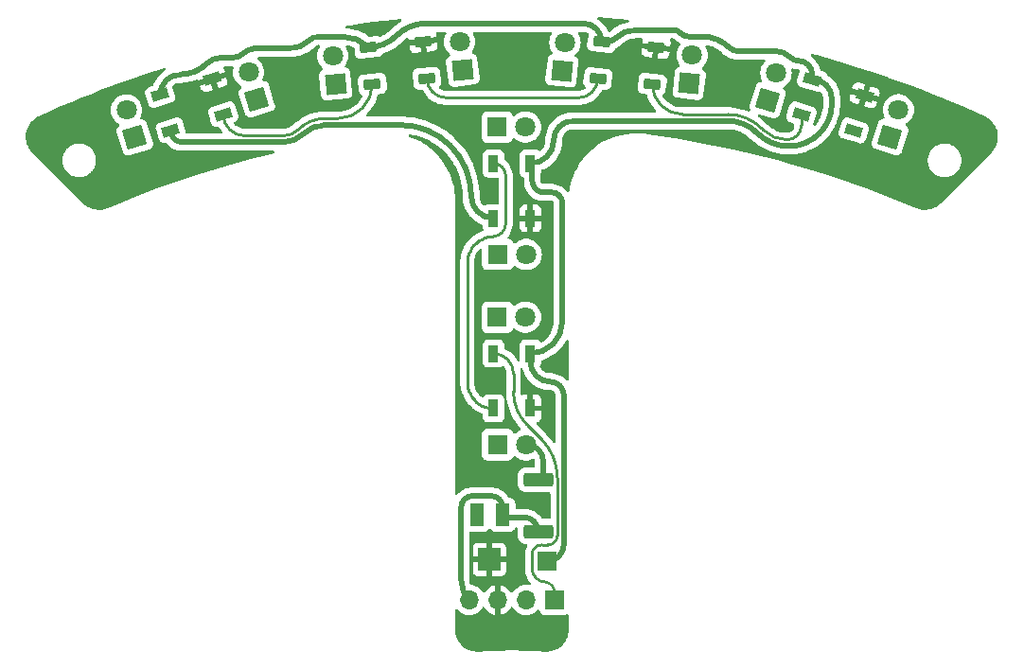
<source format=gbr>
%TF.GenerationSoftware,KiCad,Pcbnew,7.0.9*%
%TF.CreationDate,2025-01-15T18:35:06+09:00*%
%TF.ProjectId,line_side_robot2,6c696e65-5f73-4696-9465-5f726f626f74,rev?*%
%TF.SameCoordinates,Original*%
%TF.FileFunction,Copper,L1,Top*%
%TF.FilePolarity,Positive*%
%FSLAX46Y46*%
G04 Gerber Fmt 4.6, Leading zero omitted, Abs format (unit mm)*
G04 Created by KiCad (PCBNEW 7.0.9) date 2025-01-15 18:35:06*
%MOMM*%
%LPD*%
G01*
G04 APERTURE LIST*
G04 Aperture macros list*
%AMRoundRect*
0 Rectangle with rounded corners*
0 $1 Rounding radius*
0 $2 $3 $4 $5 $6 $7 $8 $9 X,Y pos of 4 corners*
0 Add a 4 corners polygon primitive as box body*
4,1,4,$2,$3,$4,$5,$6,$7,$8,$9,$2,$3,0*
0 Add four circle primitives for the rounded corners*
1,1,$1+$1,$2,$3*
1,1,$1+$1,$4,$5*
1,1,$1+$1,$6,$7*
1,1,$1+$1,$8,$9*
0 Add four rect primitives between the rounded corners*
20,1,$1+$1,$2,$3,$4,$5,0*
20,1,$1+$1,$4,$5,$6,$7,0*
20,1,$1+$1,$6,$7,$8,$9,0*
20,1,$1+$1,$8,$9,$2,$3,0*%
%AMRotRect*
0 Rectangle, with rotation*
0 The origin of the aperture is its center*
0 $1 length*
0 $2 width*
0 $3 Rotation angle, in degrees counterclockwise*
0 Add horizontal line*
21,1,$1,$2,0,0,$3*%
G04 Aperture macros list end*
%TA.AperFunction,ComponentPad*%
%ADD10R,1.700000X1.700000*%
%TD*%
%TA.AperFunction,ComponentPad*%
%ADD11RotRect,1.800000X1.800000X73.000000*%
%TD*%
%TA.AperFunction,ComponentPad*%
%ADD12C,1.800000*%
%TD*%
%TA.AperFunction,ComponentPad*%
%ADD13R,1.800000X1.800000*%
%TD*%
%TA.AperFunction,SMDPad,CuDef*%
%ADD14RotRect,1.500000X0.900000X163.000000*%
%TD*%
%TA.AperFunction,ComponentPad*%
%ADD15RotRect,1.800000X1.800000X96.000000*%
%TD*%
%TA.AperFunction,SMDPad,CuDef*%
%ADD16RotRect,1.500000X0.900000X197.000000*%
%TD*%
%TA.AperFunction,ComponentPad*%
%ADD17RotRect,1.800000X1.800000X107.000000*%
%TD*%
%TA.AperFunction,SMDPad,CuDef*%
%ADD18R,0.900000X1.500000*%
%TD*%
%TA.AperFunction,ComponentPad*%
%ADD19O,1.700000X1.700000*%
%TD*%
%TA.AperFunction,SMDPad,CuDef*%
%ADD20RoundRect,0.250000X1.075000X-0.362500X1.075000X0.362500X-1.075000X0.362500X-1.075000X-0.362500X0*%
%TD*%
%TA.AperFunction,ComponentPad*%
%ADD21RotRect,1.800000X1.800000X84.000000*%
%TD*%
%TA.AperFunction,SMDPad,CuDef*%
%ADD22R,1.300000X2.000000*%
%TD*%
%TA.AperFunction,SMDPad,CuDef*%
%ADD23R,2.000000X2.000000*%
%TD*%
%TA.AperFunction,SMDPad,CuDef*%
%ADD24RotRect,1.500000X0.900000X186.000000*%
%TD*%
%TA.AperFunction,SMDPad,CuDef*%
%ADD25RotRect,1.500000X0.900000X174.000000*%
%TD*%
%TA.AperFunction,ViaPad*%
%ADD26C,0.800000*%
%TD*%
%TA.AperFunction,Conductor*%
%ADD27C,0.250000*%
%TD*%
%TA.AperFunction,Conductor*%
%ADD28C,0.500000*%
%TD*%
G04 APERTURE END LIST*
D10*
%TO.P,J2,1,Pin_1*%
%TO.N,+5V*%
X157100000Y-72500000D03*
%TD*%
D11*
%TO.P,Q7,1,C*%
%TO.N,+3.3V*%
X176863974Y-31237940D03*
D12*
%TO.P,Q7,2,E*%
%TO.N,Net-(Q1-E)*%
X177606598Y-28808926D03*
%TD*%
D13*
%TO.P,Q12,1,C*%
%TO.N,+3.3V*%
X152705000Y-62060000D03*
D12*
%TO.P,Q12,2,E*%
%TO.N,Net-(Q1-E)*%
X155245000Y-62060000D03*
%TD*%
D14*
%TO.P,D5,1,DOUT*%
%TO.N,unconnected-(D5-DOUT-Pad1)*%
X184569476Y-33944056D03*
%TO.P,D5,2,GND*%
%TO.N,GND*%
X185534303Y-30788250D03*
%TO.P,D5,3,VDD*%
%TO.N,+5V*%
X180848410Y-29355628D03*
%TO.P,D5,4,DIN*%
%TO.N,Net-(D4-DOUT)*%
X179883583Y-32511434D03*
%TD*%
D15*
%TO.P,Q4,1,C*%
%TO.N,+3.3V*%
X149582139Y-28533510D03*
D12*
%TO.P,Q4,2,E*%
%TO.N,Net-(Q1-E)*%
X149316637Y-26007424D03*
%TD*%
D16*
%TO.P,D3,1,DOUT*%
%TO.N,Net-(D3-DOUT)*%
X128152835Y-32487468D03*
%TO.P,D3,2,GND*%
%TO.N,GND*%
X127188008Y-29331662D03*
%TO.P,D3,3,VDD*%
%TO.N,+5V*%
X122502115Y-30764284D03*
%TO.P,D3,4,DIN*%
%TO.N,Net-(D2-DOUT)*%
X123466942Y-33920090D03*
%TD*%
D17*
%TO.P,Q2,1,C*%
%TO.N,+3.3V*%
X131164465Y-31153672D03*
D12*
%TO.P,Q2,2,E*%
%TO.N,Net-(Q1-E)*%
X130421841Y-28724658D03*
%TD*%
D18*
%TO.P,D1,1,DOUT*%
%TO.N,Net-(D1-DOUT)*%
X152335000Y-58800000D03*
%TO.P,D1,2,GND*%
%TO.N,GND*%
X155635000Y-58800000D03*
%TO.P,D1,3,VDD*%
%TO.N,+5V*%
X155635000Y-53900000D03*
%TO.P,D1,4,DIN*%
%TO.N,/PWM*%
X152335000Y-53900000D03*
%TD*%
D11*
%TO.P,Q8,1,C*%
%TO.N,+3.3V*%
X187812080Y-34522371D03*
D12*
%TO.P,Q8,2,E*%
%TO.N,Net-(Q1-E)*%
X188554704Y-32093357D03*
%TD*%
D15*
%TO.P,Q3,1,C*%
%TO.N,+3.3V*%
X138221025Y-29787942D03*
D12*
%TO.P,Q3,2,E*%
%TO.N,Net-(Q1-E)*%
X137955523Y-27261856D03*
%TD*%
D10*
%TO.P,J1,1,Pin_1*%
%TO.N,/PWM*%
X157784013Y-75931020D03*
D19*
%TO.P,J1,2,Pin_2*%
%TO.N,+3.3V*%
X155244013Y-75931020D03*
%TO.P,J1,3,Pin_3*%
%TO.N,GND*%
X152704013Y-75931020D03*
%TO.P,J1,4,Pin_4*%
%TO.N,/S*%
X150164013Y-75931020D03*
%TD*%
D20*
%TO.P,R1,1*%
%TO.N,/S*%
X156330000Y-69822500D03*
%TO.P,R1,2*%
%TO.N,Net-(Q1-E)*%
X156330000Y-65197500D03*
%TD*%
D21*
%TO.P,Q6,1,C*%
%TO.N,+3.3V*%
X169834742Y-29737884D03*
D12*
%TO.P,Q6,2,E*%
%TO.N,Net-(Q1-E)*%
X170100244Y-27211798D03*
%TD*%
D22*
%TO.P,RV1,1,1*%
%TO.N,unconnected-(RV1-Pad1)*%
X150840000Y-68330000D03*
D23*
%TO.P,RV1,2,2*%
%TO.N,GND*%
X151990000Y-72330000D03*
D22*
%TO.P,RV1,3,3*%
%TO.N,/S*%
X153140000Y-68330000D03*
%TD*%
D18*
%TO.P,D2,1,DOUT*%
%TO.N,Net-(D2-DOUT)*%
X152335000Y-41800000D03*
%TO.P,D2,2,GND*%
%TO.N,GND*%
X155635000Y-41800000D03*
%TO.P,D2,3,VDD*%
%TO.N,+5V*%
X155635000Y-36900000D03*
%TO.P,D2,4,DIN*%
%TO.N,Net-(D1-DOUT)*%
X152335000Y-36900000D03*
%TD*%
D24*
%TO.P,D6,1,DOUT*%
%TO.N,Net-(D4-DIN)*%
X146371342Y-29268154D03*
%TO.P,D6,2,GND*%
%TO.N,GND*%
X146026398Y-25986232D03*
%TO.P,D6,3,VDD*%
%TO.N,+5V*%
X141153240Y-26498422D03*
%TO.P,D6,4,DIN*%
%TO.N,Net-(D3-DOUT)*%
X141498184Y-29780344D03*
%TD*%
D13*
%TO.P,Q11,1,C*%
%TO.N,+3.3V*%
X152670000Y-50640000D03*
D12*
%TO.P,Q11,2,E*%
%TO.N,Net-(Q1-E)*%
X155210000Y-50640000D03*
%TD*%
D17*
%TO.P,Q1,1,C*%
%TO.N,+3.3V*%
X120251444Y-34552859D03*
D12*
%TO.P,Q1,2,E*%
%TO.N,Net-(Q1-E)*%
X119508820Y-32123845D03*
%TD*%
D25*
%TO.P,D4,1,DOUT*%
%TO.N,Net-(D4-DOUT)*%
X166541367Y-29788912D03*
%TO.P,D4,2,GND*%
%TO.N,GND*%
X166886311Y-26506990D03*
%TO.P,D4,3,VDD*%
%TO.N,+5V*%
X162013153Y-25994800D03*
%TO.P,D4,4,DIN*%
%TO.N,Net-(D4-DIN)*%
X161668209Y-29276722D03*
%TD*%
D13*
%TO.P,Q10,1,C*%
%TO.N,+3.3V*%
X152720000Y-45040000D03*
D12*
%TO.P,Q10,2,E*%
%TO.N,Net-(Q1-E)*%
X155260000Y-45040000D03*
%TD*%
D21*
%TO.P,Q5,1,C*%
%TO.N,+3.3V*%
X158461085Y-28602795D03*
D12*
%TO.P,Q5,2,E*%
%TO.N,Net-(Q1-E)*%
X158726587Y-26076709D03*
%TD*%
D13*
%TO.P,Q9,1,C*%
%TO.N,+3.3V*%
X152670000Y-33640000D03*
D12*
%TO.P,Q9,2,E*%
%TO.N,Net-(Q1-E)*%
X155210000Y-33640000D03*
%TD*%
D26*
%TO.N,GND*%
X147160000Y-32450000D03*
X153990000Y-78360000D03*
X150010000Y-62950000D03*
X160420000Y-34590000D03*
X183740000Y-28950000D03*
X153960000Y-47890000D03*
X187330000Y-38890000D03*
X171450000Y-34490000D03*
X151270000Y-47920000D03*
X190820000Y-31410000D03*
X153460000Y-65360000D03*
X156920000Y-48810000D03*
X164220000Y-27760000D03*
X154090000Y-35990000D03*
X152350000Y-56190000D03*
X149880000Y-42650000D03*
X120470000Y-29990000D03*
X157020000Y-46640000D03*
X134940000Y-29890000D03*
X122950000Y-37620000D03*
X151990000Y-70280000D03*
X150910000Y-59650000D03*
X125380000Y-31500000D03*
X149490000Y-33880000D03*
X162840000Y-24440000D03*
X173740000Y-28860000D03*
X154000000Y-27330000D03*
X157910000Y-78450000D03*
X154030000Y-29900000D03*
X157640000Y-54860000D03*
X154640000Y-39770000D03*
X157240000Y-60100000D03*
X185820000Y-35660000D03*
X159440000Y-36410000D03*
X157240000Y-58030000D03*
X150250000Y-78320000D03*
X117410000Y-31060000D03*
X143810000Y-27910000D03*
X154340000Y-71310000D03*
X151430000Y-74460000D03*
X180350000Y-31030000D03*
X171700000Y-31190000D03*
X133730000Y-32680000D03*
X141820000Y-24810000D03*
X156500000Y-67090000D03*
%TD*%
D27*
%TO.N,Net-(D1-DOUT)*%
X150769813Y-43997342D02*
X151008203Y-43814420D01*
X151836287Y-43471425D02*
X152134200Y-43432208D01*
X151268430Y-43664180D02*
X151546042Y-43549192D01*
X150032460Y-56913007D02*
X149992377Y-56608547D01*
X150109191Y-44986044D02*
X150224178Y-44708433D01*
X150557340Y-44209816D02*
X150769813Y-43997342D01*
X151546042Y-43549192D02*
X151836287Y-43471425D01*
X150787088Y-58220058D02*
X150569945Y-58002915D01*
X150383002Y-57759287D02*
X150229458Y-57493342D01*
X150224178Y-44708433D02*
X150374418Y-44448206D01*
X152335000Y-58800000D02*
X152181457Y-58797624D01*
X150229458Y-57493342D02*
X150111941Y-57209630D01*
X149990000Y-56455004D02*
X149990000Y-45724445D01*
X151580373Y-58678061D02*
X151296662Y-58560544D01*
X152134200Y-43432208D02*
X152284442Y-43429999D01*
X153420000Y-42294437D02*
X153420000Y-37985002D01*
X150111941Y-57209630D02*
X150032460Y-56913007D01*
X149992208Y-45574203D02*
X150031424Y-45276290D01*
X150374418Y-44448206D02*
X150557340Y-44209816D01*
X149992377Y-56608547D02*
X149990000Y-56455004D01*
X150031424Y-45276290D02*
X150109191Y-44986044D01*
X149990000Y-45724445D02*
X149992208Y-45574203D01*
X151876997Y-58757541D02*
X151580373Y-58678061D01*
X151008203Y-43814420D02*
X151268430Y-43664180D01*
X152181457Y-58797624D02*
X151876997Y-58757541D01*
X151296662Y-58560544D02*
X151030717Y-58407000D01*
X151030717Y-58407000D02*
X150787088Y-58220058D01*
X150569945Y-58002915D02*
X150383002Y-57759287D01*
X152284442Y-43430000D02*
G75*
G03*
X153420000Y-42294437I-42J1135600D01*
G01*
X153420000Y-37985002D02*
G75*
G03*
X152335000Y-36900000I-1085000J2D01*
G01*
D28*
%TO.N,+5V*%
X130854137Y-26630000D02*
X134012783Y-26630000D01*
X127909353Y-27450000D02*
X128874518Y-27450000D01*
X162013153Y-25994800D02*
X162530986Y-25994800D01*
X155810000Y-37075000D02*
X155810000Y-38480000D01*
X155635000Y-53900000D02*
X155635000Y-54635397D01*
X182610000Y-31117220D02*
X182610000Y-31504728D01*
X169072893Y-25232893D02*
X169087107Y-25247107D01*
X156810000Y-39480000D02*
X157537756Y-39480000D01*
X173284469Y-33080000D02*
X159455015Y-33080000D01*
X136644214Y-25540000D02*
X138839417Y-25540000D01*
X165077456Y-24940000D02*
X168365745Y-24940000D01*
X169794214Y-25540000D02*
X171029940Y-25540000D01*
X174144214Y-26830000D02*
X177495553Y-26830000D01*
X158630000Y-57630404D02*
X158630000Y-70970002D01*
X158490000Y-40432244D02*
X158490000Y-51044996D01*
X180848410Y-28924187D02*
X180848410Y-29355628D01*
X155635000Y-36900000D02*
X155810000Y-37075000D01*
X146291780Y-24370000D02*
X160388347Y-24370000D01*
X180848400Y-28924187D02*
G75*
G03*
X179644214Y-27720000I-1204200J-13D01*
G01*
X175922865Y-34172851D02*
G75*
G03*
X173284469Y-33080000I-2638365J-2638349D01*
G01*
X162530986Y-25994790D02*
G75*
G03*
X163238093Y-25701907I14J999990D01*
G01*
X173437100Y-26537114D02*
G75*
G03*
X174144214Y-26830000I707100J707114D01*
G01*
X128874518Y-27449998D02*
G75*
G03*
X130147106Y-26922892I-18J1799798D01*
G01*
X175922846Y-34172870D02*
G75*
G03*
X178764731Y-35350000I2841854J2841870D01*
G01*
X146291780Y-24369990D02*
G75*
G03*
X143659799Y-25460201I20J-3722210D01*
G01*
X141153226Y-26498436D02*
G75*
G03*
X138839417Y-25540000I-2313826J-2313764D01*
G01*
X124336392Y-28930001D02*
G75*
G03*
X126698362Y-27951636I8J3340301D01*
G01*
X169087100Y-25247114D02*
G75*
G03*
X169794214Y-25540000I707100J707114D01*
G01*
X134012783Y-26630000D02*
G75*
G03*
X135937107Y-25832893I17J2721300D01*
G01*
X169072870Y-25232916D02*
G75*
G03*
X168365745Y-24940000I-707170J-707184D01*
G01*
X173437090Y-26537124D02*
G75*
G03*
X171029940Y-25540000I-2407190J-2407076D01*
G01*
X124336392Y-28930015D02*
G75*
G03*
X122502115Y-30764284I8J-1834285D01*
G01*
X155635000Y-53900000D02*
G75*
G03*
X158490000Y-51044996I0J2855000D01*
G01*
X162013100Y-25994800D02*
G75*
G03*
X160388347Y-24370000I-1624800J0D01*
G01*
X155810000Y-38480000D02*
G75*
G03*
X156810000Y-39480000I1000000J0D01*
G01*
X159455015Y-33080000D02*
G75*
G03*
X157730000Y-34805009I-15J-1725000D01*
G01*
X130854137Y-26630022D02*
G75*
G03*
X130147107Y-26922893I-37J-999778D01*
G01*
X141153240Y-26498426D02*
G75*
G03*
X143659799Y-25460201I60J3544726D01*
G01*
X158630000Y-57630404D02*
G75*
G03*
X157419596Y-56420000I-1210400J4D01*
G01*
X158490000Y-40432244D02*
G75*
G03*
X157537756Y-39480000I-952200J44D01*
G01*
X178937100Y-27427114D02*
G75*
G03*
X179644214Y-27720000I707100J707114D01*
G01*
X182609972Y-31117220D02*
G75*
G03*
X180848410Y-29355628I-1761572J20D01*
G01*
X155635000Y-36900000D02*
G75*
G03*
X157730000Y-34805009I0J2095000D01*
G01*
X127909353Y-27449959D02*
G75*
G03*
X126698364Y-27951638I47J-1712541D01*
G01*
X178937136Y-27427078D02*
G75*
G03*
X177495553Y-26830000I-1441536J-1441622D01*
G01*
X136644214Y-25540010D02*
G75*
G03*
X135937107Y-25832893I-14J-999990D01*
G01*
X178764731Y-35350000D02*
G75*
G03*
X182610000Y-31504728I-31J3845300D01*
G01*
X155635000Y-54635397D02*
G75*
G03*
X157419596Y-56420000I1784600J-3D01*
G01*
X157100000Y-72500000D02*
G75*
G03*
X158630000Y-70970002I0J1530000D01*
G01*
X165077456Y-24939967D02*
G75*
G03*
X163238094Y-25701908I44J-2601233D01*
G01*
D27*
%TO.N,/PWM*%
X154120000Y-55684991D02*
X154120000Y-57316989D01*
X158050000Y-65017599D02*
X158050000Y-70185607D01*
X157784024Y-75127459D02*
X157784013Y-75931020D01*
X157215607Y-71020000D02*
X156663285Y-71020000D01*
X155780000Y-71903285D02*
X155780000Y-73123422D01*
X155351502Y-60290000D02*
X156615210Y-61553708D01*
X155351453Y-60290000D02*
X155351502Y-60290000D01*
X154120000Y-55684991D02*
G75*
G03*
X152335000Y-53900000I-1785000J-9D01*
G01*
X155780000Y-73123422D02*
G75*
G03*
X157006575Y-74350000I1226600J22D01*
G01*
X154120010Y-57316989D02*
G75*
G03*
X155351453Y-60290000I4204490J-11D01*
G01*
X156663285Y-71020000D02*
G75*
G03*
X155780000Y-71903285I15J-883300D01*
G01*
X158049995Y-65017599D02*
G75*
G03*
X156615209Y-61553709I-4898695J-1D01*
G01*
X157215607Y-71020000D02*
G75*
G03*
X158050000Y-70185607I-7J834400D01*
G01*
X157784000Y-75127459D02*
G75*
G03*
X157006575Y-74350000I-777400J59D01*
G01*
D28*
%TO.N,Net-(D2-DOUT)*%
X123466942Y-33920090D02*
X123466942Y-33990000D01*
X124466943Y-34990000D02*
X133542644Y-34990000D01*
X137260465Y-33450000D02*
X143985004Y-33450000D01*
X150340000Y-39805003D02*
G75*
G03*
X143985004Y-33450000I-6355000J3D01*
G01*
X133542644Y-34990037D02*
G75*
G03*
X135279390Y-34270613I-44J2456137D01*
G01*
X123466900Y-33990000D02*
G75*
G03*
X124466943Y-34990000I1000000J0D01*
G01*
X150340000Y-39805003D02*
G75*
G03*
X152335000Y-41800000I1995000J3D01*
G01*
X137260465Y-33449975D02*
G75*
G03*
X135279390Y-34270613I35J-2801625D01*
G01*
D27*
%TO.N,Net-(D3-DOUT)*%
X130080372Y-34415000D02*
X133549229Y-34415000D01*
X137266876Y-32875000D02*
X138403530Y-32875000D01*
X133549229Y-34415020D02*
G75*
G03*
X134868225Y-33868636I-29J1865320D01*
G01*
X137266876Y-32874982D02*
G75*
G03*
X134868226Y-33868637I24J-3392018D01*
G01*
X138403530Y-32874984D02*
G75*
G03*
X141498184Y-29780344I-30J3094684D01*
G01*
X128152900Y-32487468D02*
G75*
G03*
X130080372Y-34415000I1927500J-32D01*
G01*
%TO.N,Net-(D4-DOUT)*%
X176312665Y-33749493D02*
X176451036Y-33887864D01*
X169257452Y-32505000D02*
X173308191Y-32505000D01*
X179883583Y-33484219D02*
X179883583Y-32511434D01*
X176312676Y-33749482D02*
G75*
G03*
X173308191Y-32505000I-3004476J-3004518D01*
G01*
X176451040Y-33887860D02*
G75*
G03*
X178592813Y-34775006I2141760J2141760D01*
G01*
X178592813Y-34774983D02*
G75*
G03*
X179883583Y-33484219I-13J1290783D01*
G01*
X166541400Y-29788912D02*
G75*
G03*
X169257452Y-32505000I2716100J12D01*
G01*
D28*
%TO.N,/S*%
X153140000Y-68330000D02*
X153140000Y-67640000D01*
X152140000Y-66640000D02*
X150450000Y-66640000D01*
X153140000Y-68330000D02*
X153140000Y-68830000D01*
X153140000Y-68850000D02*
X153440000Y-68550000D01*
X149450000Y-67640000D02*
X149450000Y-74207312D01*
X153440000Y-68550000D02*
X155057506Y-68550000D01*
X153140000Y-67640000D02*
G75*
G03*
X152140000Y-66640000I-1000000J0D01*
G01*
X149449986Y-74207312D02*
G75*
G03*
X150164013Y-75931020I2437614J12D01*
G01*
X156330000Y-69822500D02*
G75*
G03*
X155057506Y-68550000I-1272500J0D01*
G01*
X150450000Y-66640000D02*
G75*
G03*
X149450000Y-67640000I0J-1000000D01*
G01*
%TO.N,Net-(Q1-E)*%
X156330000Y-65197500D02*
X156800000Y-64727500D01*
X156800000Y-64727500D02*
X156800000Y-63575012D01*
X155265000Y-62040000D02*
X155245000Y-62060000D01*
X156800000Y-63575012D02*
G75*
G03*
X155265000Y-62040000I-1535000J12D01*
G01*
D27*
%TO.N,Net-(D4-DIN)*%
X148123190Y-31020000D02*
X159924926Y-31020000D01*
X146371400Y-29268154D02*
G75*
G03*
X148123190Y-31020000I1751800J-46D01*
G01*
X159924926Y-31020009D02*
G75*
G03*
X161668209Y-29276722I-26J1743309D01*
G01*
%TD*%
%TA.AperFunction,Conductor*%
%TO.N,GND*%
G36*
X152954013Y-77261653D02*
G01*
X153167496Y-77204453D01*
X153167505Y-77204449D01*
X153381591Y-77104620D01*
X153575095Y-76969125D01*
X153742118Y-76802102D01*
X153872132Y-76616425D01*
X153926709Y-76572801D01*
X153996208Y-76565608D01*
X154058562Y-76597130D01*
X154075282Y-76616425D01*
X154205518Y-76802421D01*
X154372612Y-76969515D01*
X154469397Y-77037285D01*
X154566178Y-77105052D01*
X154566180Y-77105053D01*
X154566183Y-77105055D01*
X154780350Y-77204923D01*
X155008605Y-77266083D01*
X155185047Y-77281520D01*
X155244012Y-77286679D01*
X155244013Y-77286679D01*
X155244014Y-77286679D01*
X155302979Y-77281520D01*
X155479421Y-77266083D01*
X155707676Y-77204923D01*
X155921843Y-77105055D01*
X156115414Y-76969515D01*
X156237342Y-76847586D01*
X156298661Y-76814104D01*
X156368353Y-76819088D01*
X156424287Y-76860959D01*
X156441202Y-76891937D01*
X156490215Y-77023348D01*
X156490219Y-77023355D01*
X156576465Y-77138564D01*
X156576468Y-77138567D01*
X156691677Y-77224813D01*
X156691684Y-77224817D01*
X156826530Y-77275111D01*
X156826529Y-77275111D01*
X156833457Y-77275855D01*
X156886140Y-77281520D01*
X158681885Y-77281519D01*
X158741496Y-77275111D01*
X158884654Y-77221717D01*
X158885130Y-77222994D01*
X158944339Y-77210111D01*
X159009804Y-77234524D01*
X159051679Y-77290455D01*
X159059500Y-77333796D01*
X159059500Y-78580166D01*
X159059377Y-78584067D01*
X159053517Y-78677034D01*
X159042653Y-78836096D01*
X159041694Y-78843515D01*
X159019374Y-78960323D01*
X158991753Y-79093458D01*
X158990000Y-79100059D01*
X158951663Y-79217833D01*
X158907648Y-79341893D01*
X158905295Y-79347606D01*
X158851538Y-79461625D01*
X158791768Y-79577195D01*
X158789012Y-79581988D01*
X158721504Y-79688137D01*
X158719876Y-79690569D01*
X158646106Y-79795301D01*
X158643142Y-79799175D01*
X158562571Y-79896338D01*
X158560208Y-79899025D01*
X158473120Y-79992504D01*
X158470134Y-79995498D01*
X158377909Y-80081863D01*
X158374727Y-80084646D01*
X158275745Y-80165413D01*
X158272909Y-80167594D01*
X158170671Y-80241624D01*
X158166610Y-80244328D01*
X158057259Y-80311077D01*
X158054727Y-80312542D01*
X157944388Y-80372942D01*
X157939425Y-80375378D01*
X157820176Y-80427448D01*
X157702886Y-80473611D01*
X157697030Y-80475585D01*
X157570352Y-80511370D01*
X157450312Y-80541904D01*
X157443611Y-80543221D01*
X157308931Y-80562057D01*
X157190935Y-80576669D01*
X157183472Y-80577140D01*
X157025489Y-80577556D01*
X156930687Y-80577303D01*
X156926786Y-80577170D01*
X156339759Y-80538592D01*
X155159795Y-80492125D01*
X153979018Y-80476632D01*
X152798241Y-80492125D01*
X151618277Y-80538592D01*
X151031066Y-80577182D01*
X151027166Y-80577315D01*
X150933977Y-80577565D01*
X150774558Y-80577156D01*
X150767091Y-80576686D01*
X150649057Y-80562070D01*
X150514418Y-80543242D01*
X150507716Y-80541925D01*
X150387670Y-80511389D01*
X150260986Y-80475605D01*
X150255130Y-80473631D01*
X150137842Y-80427470D01*
X150018593Y-80375403D01*
X150013630Y-80372967D01*
X149903287Y-80312568D01*
X149900753Y-80311102D01*
X149791402Y-80244353D01*
X149787342Y-80241650D01*
X149685086Y-80167609D01*
X149682261Y-80165437D01*
X149583285Y-80084676D01*
X149580104Y-80081894D01*
X149487848Y-79995501D01*
X149484863Y-79992508D01*
X149484859Y-79992504D01*
X149397770Y-79899025D01*
X149395447Y-79896382D01*
X149314860Y-79799203D01*
X149311896Y-79795328D01*
X149238111Y-79690577D01*
X149236483Y-79688145D01*
X149217175Y-79657786D01*
X149168963Y-79581978D01*
X149166221Y-79577208D01*
X149166214Y-79577195D01*
X149106445Y-79461625D01*
X149094801Y-79436929D01*
X149052693Y-79347618D01*
X149050344Y-79341916D01*
X149006322Y-79217833D01*
X148967985Y-79100059D01*
X148966233Y-79093465D01*
X148966232Y-79093458D01*
X148938612Y-78960323D01*
X148916294Y-78843537D01*
X148915337Y-78836127D01*
X148904062Y-78670584D01*
X148898659Y-78584861D01*
X148898536Y-78580960D01*
X148898536Y-76871535D01*
X148918221Y-76804496D01*
X148971025Y-76758741D01*
X149040183Y-76748797D01*
X149103739Y-76777822D01*
X149124111Y-76800412D01*
X149125518Y-76802421D01*
X149292612Y-76969515D01*
X149389397Y-77037285D01*
X149486178Y-77105052D01*
X149486180Y-77105053D01*
X149486183Y-77105055D01*
X149700350Y-77204923D01*
X149928605Y-77266083D01*
X150105047Y-77281520D01*
X150164012Y-77286679D01*
X150164013Y-77286679D01*
X150164014Y-77286679D01*
X150222979Y-77281520D01*
X150399421Y-77266083D01*
X150627676Y-77204923D01*
X150841843Y-77105055D01*
X151035414Y-76969515D01*
X151202508Y-76802421D01*
X151332743Y-76616425D01*
X151387320Y-76572801D01*
X151456818Y-76565607D01*
X151519173Y-76597130D01*
X151535892Y-76616425D01*
X151665903Y-76802098D01*
X151832930Y-76969125D01*
X152026434Y-77104620D01*
X152240520Y-77204449D01*
X152240529Y-77204453D01*
X152454013Y-77261654D01*
X152454013Y-76366521D01*
X152561698Y-76415700D01*
X152668250Y-76431020D01*
X152739776Y-76431020D01*
X152846328Y-76415700D01*
X152954013Y-76366521D01*
X152954013Y-77261653D01*
G37*
%TD.AperFunction*%
%TA.AperFunction,Conductor*%
G36*
X154439926Y-69424997D02*
G01*
X154489332Y-69474402D01*
X154504500Y-69533830D01*
X154504500Y-70235001D01*
X154504501Y-70235019D01*
X154515000Y-70337796D01*
X154515001Y-70337799D01*
X154570185Y-70504331D01*
X154570186Y-70504334D01*
X154662288Y-70653656D01*
X154786344Y-70777712D01*
X154935666Y-70869814D01*
X155102203Y-70924999D01*
X155204991Y-70935500D01*
X155264664Y-70935499D01*
X155331702Y-70955182D01*
X155377458Y-71007986D01*
X155387402Y-71077144D01*
X155368980Y-71126538D01*
X155335681Y-71178351D01*
X155335679Y-71178354D01*
X155246024Y-71374666D01*
X155185220Y-71581736D01*
X155154501Y-71795367D01*
X155154501Y-71821343D01*
X155154500Y-71821370D01*
X155154500Y-71903274D01*
X155154499Y-71982963D01*
X155154500Y-71982979D01*
X155154500Y-73044161D01*
X155154499Y-73044182D01*
X155154500Y-73115571D01*
X155154500Y-73162778D01*
X155154501Y-73244823D01*
X155186194Y-73485520D01*
X155186197Y-73485536D01*
X155249031Y-73720026D01*
X155341940Y-73944326D01*
X155341943Y-73944332D01*
X155463335Y-74154585D01*
X155463340Y-74154591D01*
X155463341Y-74154593D01*
X155611128Y-74347193D01*
X155611134Y-74347200D01*
X155671921Y-74407987D01*
X155705406Y-74469310D01*
X155700422Y-74539002D01*
X155658550Y-74594935D01*
X155593086Y-74619352D01*
X155552148Y-74615443D01*
X155479429Y-74595959D01*
X155479425Y-74595958D01*
X155479421Y-74595957D01*
X155479419Y-74595956D01*
X155479416Y-74595956D01*
X155244014Y-74575361D01*
X155244012Y-74575361D01*
X155008609Y-74595956D01*
X155008599Y-74595958D01*
X154780357Y-74657114D01*
X154780348Y-74657118D01*
X154566184Y-74756984D01*
X154566182Y-74756985D01*
X154372610Y-74892525D01*
X154205521Y-75059614D01*
X154075282Y-75245615D01*
X154020705Y-75289239D01*
X153951206Y-75296432D01*
X153888852Y-75264910D01*
X153872132Y-75245614D01*
X153742126Y-75059946D01*
X153742121Y-75059940D01*
X153575095Y-74892914D01*
X153381591Y-74757419D01*
X153167505Y-74657590D01*
X153167499Y-74657587D01*
X152954013Y-74600384D01*
X152954013Y-75495518D01*
X152846328Y-75446340D01*
X152739776Y-75431020D01*
X152668250Y-75431020D01*
X152561698Y-75446340D01*
X152454013Y-75495518D01*
X152454013Y-74600384D01*
X152454012Y-74600384D01*
X152240526Y-74657587D01*
X152240520Y-74657590D01*
X152026435Y-74757419D01*
X152026433Y-74757420D01*
X151832939Y-74892906D01*
X151832933Y-74892911D01*
X151665904Y-75059940D01*
X151665903Y-75059942D01*
X151535893Y-75245615D01*
X151481316Y-75289239D01*
X151411817Y-75296432D01*
X151349463Y-75264910D01*
X151332743Y-75245614D01*
X151202507Y-75059617D01*
X151035415Y-74892526D01*
X151035408Y-74892521D01*
X151018904Y-74880965D01*
X150996534Y-74865301D01*
X150841847Y-74756987D01*
X150841843Y-74756985D01*
X150841841Y-74756984D01*
X150627676Y-74657117D01*
X150627672Y-74657116D01*
X150627668Y-74657114D01*
X150399426Y-74595958D01*
X150399416Y-74595956D01*
X150338412Y-74590619D01*
X150273343Y-74565166D01*
X150232365Y-74508575D01*
X150227604Y-74491289D01*
X150215714Y-74431515D01*
X150214656Y-74423479D01*
X150200632Y-74209546D01*
X150200500Y-74205496D01*
X150200500Y-72580000D01*
X150490000Y-72580000D01*
X150490000Y-73377844D01*
X150496401Y-73437372D01*
X150496403Y-73437379D01*
X150546645Y-73572086D01*
X150546649Y-73572093D01*
X150632809Y-73687187D01*
X150632812Y-73687190D01*
X150747906Y-73773350D01*
X150747913Y-73773354D01*
X150882620Y-73823596D01*
X150882627Y-73823598D01*
X150942155Y-73829999D01*
X150942172Y-73830000D01*
X151740000Y-73830000D01*
X151740000Y-72580000D01*
X152240000Y-72580000D01*
X152240000Y-73830000D01*
X153037828Y-73830000D01*
X153037844Y-73829999D01*
X153097372Y-73823598D01*
X153097379Y-73823596D01*
X153232086Y-73773354D01*
X153232093Y-73773350D01*
X153347187Y-73687190D01*
X153347190Y-73687187D01*
X153433350Y-73572093D01*
X153433354Y-73572086D01*
X153483596Y-73437379D01*
X153483598Y-73437372D01*
X153489999Y-73377844D01*
X153490000Y-73377827D01*
X153490000Y-72580000D01*
X152240000Y-72580000D01*
X151740000Y-72580000D01*
X150490000Y-72580000D01*
X150200500Y-72580000D01*
X150200500Y-72080000D01*
X150490000Y-72080000D01*
X151740000Y-72080000D01*
X151740000Y-70830000D01*
X152240000Y-70830000D01*
X152240000Y-72080000D01*
X153490000Y-72080000D01*
X153490000Y-71282172D01*
X153489999Y-71282155D01*
X153483598Y-71222627D01*
X153483596Y-71222620D01*
X153433354Y-71087913D01*
X153433350Y-71087906D01*
X153347190Y-70972812D01*
X153347187Y-70972809D01*
X153232093Y-70886649D01*
X153232086Y-70886645D01*
X153097379Y-70836403D01*
X153097372Y-70836401D01*
X153037844Y-70830000D01*
X152240000Y-70830000D01*
X151740000Y-70830000D01*
X150942155Y-70830000D01*
X150882627Y-70836401D01*
X150882620Y-70836403D01*
X150747913Y-70886645D01*
X150747906Y-70886649D01*
X150632812Y-70972809D01*
X150632809Y-70972812D01*
X150546649Y-71087906D01*
X150546645Y-71087913D01*
X150496403Y-71222620D01*
X150496401Y-71222627D01*
X150490000Y-71282155D01*
X150490000Y-72080000D01*
X150200500Y-72080000D01*
X150200500Y-69954499D01*
X150220185Y-69887460D01*
X150272989Y-69841705D01*
X150324500Y-69830499D01*
X151537871Y-69830499D01*
X151537872Y-69830499D01*
X151597483Y-69824091D01*
X151732331Y-69773796D01*
X151847546Y-69687546D01*
X151890734Y-69629854D01*
X151946667Y-69587984D01*
X152016359Y-69583000D01*
X152077682Y-69616485D01*
X152089263Y-69629850D01*
X152132454Y-69687546D01*
X152178643Y-69722123D01*
X152247664Y-69773793D01*
X152247671Y-69773797D01*
X152382517Y-69824091D01*
X152382516Y-69824091D01*
X152389444Y-69824835D01*
X152442127Y-69830500D01*
X153837872Y-69830499D01*
X153897483Y-69824091D01*
X154032331Y-69773796D01*
X154147546Y-69687546D01*
X154233796Y-69572331D01*
X154264318Y-69490498D01*
X154306189Y-69434564D01*
X154371653Y-69410146D01*
X154439926Y-69424997D01*
G37*
%TD.AperFunction*%
%TA.AperFunction,Conductor*%
G36*
X148061095Y-25140185D02*
G01*
X148106850Y-25192989D01*
X148116794Y-25262147D01*
X148097865Y-25312321D01*
X148080712Y-25338575D01*
X147987479Y-25551123D01*
X147930503Y-25776115D01*
X147930501Y-25776126D01*
X147911337Y-26007417D01*
X147911337Y-26007430D01*
X147930501Y-26238721D01*
X147930503Y-26238732D01*
X147987479Y-26463724D01*
X148080712Y-26676272D01*
X148207653Y-26870571D01*
X148207656Y-26870575D01*
X148207658Y-26870577D01*
X148364853Y-27041337D01*
X148364856Y-27041339D01*
X148364859Y-27041342D01*
X148401848Y-27070132D01*
X148442661Y-27126842D01*
X148446336Y-27196615D01*
X148411704Y-27257298D01*
X148380927Y-27279001D01*
X148305600Y-27316482D01*
X148200032Y-27414301D01*
X148126298Y-27537901D01*
X148126297Y-27537902D01*
X148090374Y-27677266D01*
X148090230Y-27737220D01*
X148288391Y-29622580D01*
X148300996Y-29681197D01*
X148365110Y-29810047D01*
X148462930Y-29915616D01*
X148534548Y-29958340D01*
X148586531Y-29989351D01*
X148725897Y-30025275D01*
X148785563Y-30025417D01*
X148785849Y-30025418D01*
X148785849Y-30025417D01*
X148785851Y-30025418D01*
X150671210Y-29827257D01*
X150729825Y-29814653D01*
X150858677Y-29750538D01*
X150964245Y-29652718D01*
X151037980Y-29529118D01*
X151073904Y-29389752D01*
X151074047Y-29329798D01*
X150875886Y-27444439D01*
X150863282Y-27385824D01*
X150799167Y-27256972D01*
X150757314Y-27211804D01*
X150701347Y-27151403D01*
X150577747Y-27077669D01*
X150499165Y-27057413D01*
X150439161Y-27021618D01*
X150408035Y-26959064D01*
X150415669Y-26889613D01*
X150426309Y-26869516D01*
X150434687Y-26856693D01*
X150552561Y-26676273D01*
X150645794Y-26463724D01*
X150702771Y-26238729D01*
X150703391Y-26231252D01*
X150721937Y-26007430D01*
X150721937Y-26007417D01*
X150702772Y-25776126D01*
X150702770Y-25776115D01*
X150645794Y-25551123D01*
X150552561Y-25338575D01*
X150535409Y-25312321D01*
X150515221Y-25245431D01*
X150534402Y-25178246D01*
X150586861Y-25132096D01*
X150639218Y-25120500D01*
X157449272Y-25120500D01*
X157516311Y-25140185D01*
X157562066Y-25192989D01*
X157572010Y-25262147D01*
X157553081Y-25312321D01*
X157490662Y-25407860D01*
X157397429Y-25620408D01*
X157340453Y-25845400D01*
X157340451Y-25845411D01*
X157321287Y-26076702D01*
X157321287Y-26076715D01*
X157340451Y-26308006D01*
X157340453Y-26308017D01*
X157397429Y-26533009D01*
X157490662Y-26745557D01*
X157616915Y-26938802D01*
X157637102Y-27005691D01*
X157617922Y-27072877D01*
X157565464Y-27119027D01*
X157544058Y-27126698D01*
X157465476Y-27146954D01*
X157341876Y-27220688D01*
X157244056Y-27326257D01*
X157179942Y-27455108D01*
X157179939Y-27455116D01*
X157167337Y-27513716D01*
X156969177Y-29399083D01*
X156969320Y-29459038D01*
X157005243Y-29598402D01*
X157005244Y-29598403D01*
X157078978Y-29722003D01*
X157179617Y-29815255D01*
X157184547Y-29819823D01*
X157313399Y-29883938D01*
X157313402Y-29883938D01*
X157313406Y-29883940D01*
X157372006Y-29896542D01*
X157372008Y-29896542D01*
X157372012Y-29896543D01*
X159257372Y-30094702D01*
X159257372Y-30094701D01*
X159257373Y-30094702D01*
X159257515Y-30094701D01*
X159317327Y-30094560D01*
X159456693Y-30058636D01*
X159580293Y-29984901D01*
X159678113Y-29879333D01*
X159742228Y-29750481D01*
X159742233Y-29750461D01*
X159754832Y-29691873D01*
X159755955Y-29681197D01*
X159952992Y-27806508D01*
X159952850Y-27746553D01*
X159916926Y-27607187D01*
X159883140Y-27550553D01*
X159843191Y-27483586D01*
X159837073Y-27477917D01*
X167035640Y-27477917D01*
X167580467Y-27535182D01*
X167640358Y-27535038D01*
X167779583Y-27499151D01*
X167779584Y-27499150D01*
X167903054Y-27425493D01*
X167903058Y-27425490D01*
X168000785Y-27320024D01*
X168064834Y-27191306D01*
X168077426Y-27132747D01*
X168103331Y-26886280D01*
X167108808Y-26781751D01*
X167035640Y-27477917D01*
X159837073Y-27477917D01*
X159737622Y-27385766D01*
X159662297Y-27348286D01*
X159611046Y-27300798D01*
X159593606Y-27233140D01*
X159615512Y-27166793D01*
X159641376Y-27139416D01*
X159678371Y-27110622D01*
X159835566Y-26939862D01*
X159841146Y-26931322D01*
X159858516Y-26904735D01*
X159962511Y-26745558D01*
X160055744Y-26533009D01*
X160112721Y-26308014D01*
X160112722Y-26308006D01*
X160131887Y-26076715D01*
X160131887Y-26076702D01*
X160112722Y-25845411D01*
X160112720Y-25845400D01*
X160055744Y-25620408D01*
X159962511Y-25407860D01*
X159900093Y-25312321D01*
X159879905Y-25245432D01*
X159899086Y-25178246D01*
X159951545Y-25132096D01*
X160003902Y-25120500D01*
X160385272Y-25120500D01*
X160391354Y-25120799D01*
X160462807Y-25127838D01*
X160546742Y-25136107D01*
X160570569Y-25140847D01*
X160711212Y-25183513D01*
X160733667Y-25192816D01*
X160764032Y-25209047D01*
X160813875Y-25258010D01*
X160829335Y-25326148D01*
X160826806Y-25344470D01*
X160821546Y-25368930D01*
X160821544Y-25368942D01*
X160717463Y-26359223D01*
X160717604Y-26419187D01*
X160753528Y-26558554D01*
X160827262Y-26682152D01*
X160932826Y-26779969D01*
X160932828Y-26779971D01*
X160932831Y-26779973D01*
X161061683Y-26844088D01*
X161120297Y-26856693D01*
X162707300Y-27023492D01*
X162767254Y-27023351D01*
X162906621Y-26987427D01*
X163030220Y-26913692D01*
X163069380Y-26871431D01*
X165591120Y-26871431D01*
X165591264Y-26931322D01*
X165627151Y-27070547D01*
X165627152Y-27070548D01*
X165700809Y-27194018D01*
X165700812Y-27194022D01*
X165806278Y-27291749D01*
X165934996Y-27355798D01*
X165993555Y-27368390D01*
X166538378Y-27425652D01*
X166611548Y-26729489D01*
X165617025Y-26624960D01*
X165591120Y-26871431D01*
X163069380Y-26871431D01*
X163128041Y-26808124D01*
X163192156Y-26679272D01*
X163193497Y-26673036D01*
X163226833Y-26611634D01*
X163267273Y-26584542D01*
X163306865Y-26568144D01*
X163505591Y-26453413D01*
X163687641Y-26313724D01*
X163706995Y-26294368D01*
X163707041Y-26294329D01*
X163713014Y-26288354D01*
X163713018Y-26288353D01*
X163767371Y-26233995D01*
X163770278Y-26231272D01*
X163947753Y-26075621D01*
X163954171Y-26070696D01*
X164148719Y-25940695D01*
X164155733Y-25936647D01*
X164271567Y-25879520D01*
X164365571Y-25833159D01*
X164373049Y-25830061D01*
X164594604Y-25754847D01*
X164602437Y-25752747D01*
X164831926Y-25707094D01*
X164839934Y-25706040D01*
X165074939Y-25690632D01*
X165078991Y-25690500D01*
X165582711Y-25690500D01*
X165649750Y-25710185D01*
X165695505Y-25762989D01*
X165705449Y-25832147D01*
X165703940Y-25840570D01*
X165695195Y-25881233D01*
X165669290Y-26127698D01*
X166663813Y-26232226D01*
X166663816Y-26232227D01*
X168155595Y-26389017D01*
X168181501Y-26142548D01*
X168181357Y-26082657D01*
X168145470Y-25943432D01*
X168106452Y-25878027D01*
X168089012Y-25810370D01*
X168110919Y-25744023D01*
X168165217Y-25700052D01*
X168212943Y-25690500D01*
X168361638Y-25690500D01*
X168369741Y-25691031D01*
X168387570Y-25693378D01*
X168414125Y-25696875D01*
X168445388Y-25705254D01*
X168475422Y-25717695D01*
X168503451Y-25733877D01*
X168539101Y-25761232D01*
X168545197Y-25766579D01*
X168637547Y-25858927D01*
X168637551Y-25858931D01*
X168757001Y-25950585D01*
X168819604Y-25998621D01*
X169007972Y-26107372D01*
X169056188Y-26157939D01*
X169069412Y-26226546D01*
X169043444Y-26291411D01*
X169037206Y-26298738D01*
X168991265Y-26348645D01*
X168991263Y-26348646D01*
X168991260Y-26348651D01*
X168864319Y-26542949D01*
X168771086Y-26755497D01*
X168714110Y-26980489D01*
X168714108Y-26980500D01*
X168694944Y-27211791D01*
X168694944Y-27211804D01*
X168714108Y-27443095D01*
X168714110Y-27443106D01*
X168771086Y-27668098D01*
X168864319Y-27880646D01*
X168990572Y-28073891D01*
X169010759Y-28140780D01*
X168991579Y-28207966D01*
X168939121Y-28254116D01*
X168917715Y-28261787D01*
X168839133Y-28282043D01*
X168715533Y-28355777D01*
X168617713Y-28461346D01*
X168553599Y-28590197D01*
X168553596Y-28590205D01*
X168540994Y-28648805D01*
X168342834Y-30534172D01*
X168342977Y-30594127D01*
X168378900Y-30733491D01*
X168378901Y-30733492D01*
X168452635Y-30857092D01*
X168543881Y-30941640D01*
X168558204Y-30954912D01*
X168687056Y-31019027D01*
X168687059Y-31019027D01*
X168687063Y-31019029D01*
X168745663Y-31031631D01*
X168745665Y-31031631D01*
X168745669Y-31031632D01*
X170631029Y-31229791D01*
X170631029Y-31229790D01*
X170631030Y-31229791D01*
X170631172Y-31229790D01*
X170690984Y-31229649D01*
X170830350Y-31193725D01*
X170953950Y-31119990D01*
X171051770Y-31014422D01*
X171115885Y-30885570D01*
X171117726Y-30877012D01*
X171128489Y-30826962D01*
X171130649Y-30806418D01*
X171326649Y-28941597D01*
X171326507Y-28881642D01*
X171290583Y-28742276D01*
X171246710Y-28668733D01*
X171216848Y-28618675D01*
X171111279Y-28520855D01*
X171035954Y-28483375D01*
X170984703Y-28435887D01*
X170967263Y-28368229D01*
X170989169Y-28301882D01*
X171015033Y-28274505D01*
X171031373Y-28261787D01*
X171052028Y-28245711D01*
X171209223Y-28074951D01*
X171336168Y-27880647D01*
X171429401Y-27668098D01*
X171486378Y-27443103D01*
X171487824Y-27425652D01*
X171505544Y-27211804D01*
X171505544Y-27211791D01*
X171486379Y-26980500D01*
X171486377Y-26980489D01*
X171429401Y-26755497D01*
X171336168Y-26542949D01*
X171319285Y-26517107D01*
X171299097Y-26450217D01*
X171318278Y-26383032D01*
X171370737Y-26336882D01*
X171439819Y-26326419D01*
X171443820Y-26327030D01*
X171571056Y-26348651D01*
X171617011Y-26356460D01*
X171623794Y-26358009D01*
X171765039Y-26398703D01*
X171903062Y-26438469D01*
X171909616Y-26440762D01*
X172178122Y-26551986D01*
X172184391Y-26555006D01*
X172438749Y-26695592D01*
X172444641Y-26699294D01*
X172523849Y-26755497D01*
X172653695Y-26847632D01*
X172681655Y-26867471D01*
X172687095Y-26871810D01*
X172806356Y-26978392D01*
X172905289Y-27066807D01*
X172907805Y-27069187D01*
X172987547Y-27148927D01*
X172987551Y-27148931D01*
X173097298Y-27233140D01*
X173169604Y-27288621D01*
X173368331Y-27403353D01*
X173368342Y-27403357D01*
X173368343Y-27403358D01*
X173580332Y-27491165D01*
X173580336Y-27491166D01*
X173664499Y-27513716D01*
X173801984Y-27550553D01*
X173801985Y-27550553D01*
X173801987Y-27550554D01*
X173920955Y-27566214D01*
X174029490Y-27580502D01*
X174144225Y-27580500D01*
X176551185Y-27580500D01*
X176618224Y-27600185D01*
X176663979Y-27652989D01*
X176673923Y-27722147D01*
X176644898Y-27785703D01*
X176642446Y-27788448D01*
X176540086Y-27899640D01*
X176497614Y-27945778D01*
X176370673Y-28140077D01*
X176277440Y-28352625D01*
X176220464Y-28577617D01*
X176220462Y-28577628D01*
X176201298Y-28808919D01*
X176201298Y-28808932D01*
X176220462Y-29040223D01*
X176220464Y-29040234D01*
X176277440Y-29265226D01*
X176354209Y-29440240D01*
X176363112Y-29509540D01*
X176333135Y-29572652D01*
X176273795Y-29609539D01*
X176248125Y-29613825D01*
X176164442Y-29618876D01*
X176164437Y-29618877D01*
X176029050Y-29667670D01*
X175983331Y-29701109D01*
X175912881Y-29752636D01*
X175912880Y-29752637D01*
X175912879Y-29752637D01*
X175825357Y-29866885D01*
X175801800Y-29922017D01*
X175801797Y-29922027D01*
X175247539Y-31734926D01*
X175239773Y-31775396D01*
X175236239Y-31793808D01*
X175237032Y-31806949D01*
X175244910Y-31937471D01*
X175244911Y-31937476D01*
X175294916Y-32076225D01*
X175299127Y-32145968D01*
X175264964Y-32206916D01*
X175203273Y-32239718D01*
X175133641Y-32233961D01*
X175130809Y-32232828D01*
X174996626Y-32177249D01*
X174632337Y-32058886D01*
X174632338Y-32058886D01*
X174259886Y-31969470D01*
X174242087Y-31966651D01*
X173881564Y-31909551D01*
X173881560Y-31909550D01*
X173881556Y-31909550D01*
X173499710Y-31879500D01*
X173499708Y-31879500D01*
X173387210Y-31879500D01*
X169259488Y-31879500D01*
X169255437Y-31879367D01*
X169128936Y-31871073D01*
X168988650Y-31861876D01*
X168980601Y-31860816D01*
X168720376Y-31809050D01*
X168712534Y-31806949D01*
X168461292Y-31721660D01*
X168453792Y-31718553D01*
X168215831Y-31601201D01*
X168208800Y-31597142D01*
X167988187Y-31449730D01*
X167981746Y-31444788D01*
X167960149Y-31425848D01*
X167782269Y-31269848D01*
X167776531Y-31264109D01*
X167645620Y-31114833D01*
X167601588Y-31064624D01*
X167596650Y-31058188D01*
X167534566Y-30965272D01*
X167490871Y-30899878D01*
X167469995Y-30833202D01*
X167488480Y-30765822D01*
X167530446Y-30724500D01*
X167558434Y-30707804D01*
X167656255Y-30602236D01*
X167720370Y-30473384D01*
X167732975Y-30414770D01*
X167837057Y-29424480D01*
X167836916Y-29364526D01*
X167800992Y-29225159D01*
X167795881Y-29216591D01*
X167727257Y-29101559D01*
X167621693Y-29003742D01*
X167621686Y-29003737D01*
X167492837Y-28939624D01*
X167492835Y-28939623D01*
X167434219Y-28927018D01*
X165847228Y-28760220D01*
X165847220Y-28760220D01*
X165799256Y-28760332D01*
X165787264Y-28760361D01*
X165647897Y-28796285D01*
X165524299Y-28870019D01*
X165426482Y-28975583D01*
X165426477Y-28975590D01*
X165362364Y-29104439D01*
X165362363Y-29104441D01*
X165349758Y-29163057D01*
X165245677Y-30153335D01*
X165245818Y-30213299D01*
X165281742Y-30352666D01*
X165355476Y-30476264D01*
X165461040Y-30574081D01*
X165461042Y-30574083D01*
X165461045Y-30574085D01*
X165589897Y-30638200D01*
X165648511Y-30650805D01*
X165957175Y-30683246D01*
X166021788Y-30709829D01*
X166061773Y-30767126D01*
X166062132Y-30768214D01*
X166067115Y-30783550D01*
X166126160Y-30965276D01*
X166133565Y-30988064D01*
X166275274Y-31306348D01*
X166276023Y-31308030D01*
X166276026Y-31308037D01*
X166450920Y-31610962D01*
X166451146Y-31611353D01*
X166655443Y-31892547D01*
X166657017Y-31894714D01*
X166862140Y-32122528D01*
X166892370Y-32185520D01*
X166883744Y-32254855D01*
X166839003Y-32308520D01*
X166772350Y-32329478D01*
X166769990Y-32329500D01*
X159455022Y-32329500D01*
X159305280Y-32329498D01*
X159305279Y-32329498D01*
X159305276Y-32329498D01*
X159007975Y-32365595D01*
X158770195Y-32424201D01*
X158717199Y-32437264D01*
X158717196Y-32437264D01*
X158717192Y-32437266D01*
X158717189Y-32437267D01*
X158437185Y-32543456D01*
X158171998Y-32682635D01*
X157925532Y-32852757D01*
X157925529Y-32852759D01*
X157925527Y-32852761D01*
X157831092Y-32936423D01*
X157701365Y-33051350D01*
X157701364Y-33051350D01*
X157502762Y-33275523D01*
X157332645Y-33521983D01*
X157332639Y-33521992D01*
X157193467Y-33787161D01*
X157087268Y-34067185D01*
X157087267Y-34067190D01*
X157015596Y-34357966D01*
X156979499Y-34655267D01*
X156979500Y-34733126D01*
X156979500Y-34802564D01*
X156979309Y-34807431D01*
X156963711Y-35005602D01*
X156960667Y-35024820D01*
X156915971Y-35210990D01*
X156909958Y-35229495D01*
X156836690Y-35406379D01*
X156827856Y-35423717D01*
X156727820Y-35586958D01*
X156716383Y-35602698D01*
X156592041Y-35748284D01*
X156578279Y-35762046D01*
X156571333Y-35767978D01*
X156507571Y-35796546D01*
X156438485Y-35786107D01*
X156416494Y-35772951D01*
X156327335Y-35706206D01*
X156327328Y-35706202D01*
X156192482Y-35655908D01*
X156192483Y-35655908D01*
X156132883Y-35649501D01*
X156132881Y-35649500D01*
X156132873Y-35649500D01*
X156132864Y-35649500D01*
X155137129Y-35649500D01*
X155137123Y-35649501D01*
X155077516Y-35655908D01*
X154942671Y-35706202D01*
X154942664Y-35706206D01*
X154827455Y-35792452D01*
X154827452Y-35792455D01*
X154741206Y-35907664D01*
X154741202Y-35907671D01*
X154690908Y-36042517D01*
X154685520Y-36092639D01*
X154684501Y-36102123D01*
X154684500Y-36102135D01*
X154684500Y-37697870D01*
X154684501Y-37697876D01*
X154690908Y-37757483D01*
X154741202Y-37892328D01*
X154741206Y-37892335D01*
X154827452Y-38007544D01*
X154827455Y-38007547D01*
X154942664Y-38093793D01*
X154942669Y-38093796D01*
X154978832Y-38107284D01*
X155034766Y-38149154D01*
X155059184Y-38214618D01*
X155059500Y-38223466D01*
X155059500Y-38605196D01*
X155095135Y-38853044D01*
X155095136Y-38853048D01*
X155165676Y-39093291D01*
X155165678Y-39093297D01*
X155269695Y-39321061D01*
X155269705Y-39321079D01*
X155405068Y-39531708D01*
X155405072Y-39531714D01*
X155569047Y-39720952D01*
X155758285Y-39884927D01*
X155758291Y-39884931D01*
X155968920Y-40020294D01*
X155968928Y-40020298D01*
X155968932Y-40020301D01*
X155968935Y-40020302D01*
X155968938Y-40020304D01*
X156196702Y-40124321D01*
X156196708Y-40124323D01*
X156386621Y-40180085D01*
X156436954Y-40194864D01*
X156684802Y-40230500D01*
X156722279Y-40230500D01*
X157455691Y-40230500D01*
X157455763Y-40230503D01*
X157458904Y-40230502D01*
X157458910Y-40230504D01*
X157528037Y-40230500D01*
X157547424Y-40232025D01*
X157580727Y-40237298D01*
X157617621Y-40249285D01*
X157638855Y-40260104D01*
X157670243Y-40282908D01*
X157687091Y-40299756D01*
X157709896Y-40331145D01*
X157720713Y-40352376D01*
X157732701Y-40389274D01*
X157737973Y-40422567D01*
X157739499Y-40441966D01*
X157739496Y-40514406D01*
X157739500Y-40514476D01*
X157739500Y-51042959D01*
X157739367Y-51047015D01*
X157721761Y-51315638D01*
X157720701Y-51323687D01*
X157668585Y-51585690D01*
X157666484Y-51593531D01*
X157580613Y-51846502D01*
X157577506Y-51854003D01*
X157459348Y-52093603D01*
X157455289Y-52100633D01*
X157306875Y-52322751D01*
X157301933Y-52329192D01*
X157125789Y-52530046D01*
X157120048Y-52535787D01*
X156919197Y-52711929D01*
X156912756Y-52716871D01*
X156690633Y-52865289D01*
X156683601Y-52869349D01*
X156641966Y-52889881D01*
X156573134Y-52901877D01*
X156508743Y-52874756D01*
X156487858Y-52852983D01*
X156442546Y-52792454D01*
X156419709Y-52775358D01*
X156327335Y-52706206D01*
X156327328Y-52706202D01*
X156192482Y-52655908D01*
X156192483Y-52655908D01*
X156132883Y-52649501D01*
X156132881Y-52649500D01*
X156132873Y-52649500D01*
X156132864Y-52649500D01*
X155137129Y-52649500D01*
X155137123Y-52649501D01*
X155077516Y-52655908D01*
X154942671Y-52706202D01*
X154942664Y-52706206D01*
X154827455Y-52792452D01*
X154827452Y-52792455D01*
X154741206Y-52907664D01*
X154741202Y-52907671D01*
X154690908Y-53042517D01*
X154684501Y-53102116D01*
X154684501Y-53102123D01*
X154684500Y-53102135D01*
X154684500Y-54471553D01*
X154664815Y-54538592D01*
X154612011Y-54584347D01*
X154542853Y-54594291D01*
X154479297Y-54565266D01*
X154450705Y-54529180D01*
X154401627Y-54435671D01*
X154235970Y-54195676D01*
X154042592Y-53977399D01*
X153824314Y-53784023D01*
X153824308Y-53784019D01*
X153824306Y-53784017D01*
X153824304Y-53784015D01*
X153670908Y-53678134D01*
X153584319Y-53618366D01*
X153351872Y-53496369D01*
X153301661Y-53447785D01*
X153285499Y-53386573D01*
X153285499Y-53102129D01*
X153285498Y-53102123D01*
X153285497Y-53102116D01*
X153279091Y-53042517D01*
X153228796Y-52907669D01*
X153228795Y-52907668D01*
X153228793Y-52907664D01*
X153142547Y-52792455D01*
X153142544Y-52792452D01*
X153027335Y-52706206D01*
X153027328Y-52706202D01*
X152892482Y-52655908D01*
X152892483Y-52655908D01*
X152832883Y-52649501D01*
X152832881Y-52649500D01*
X152832873Y-52649500D01*
X152832864Y-52649500D01*
X151837129Y-52649500D01*
X151837123Y-52649501D01*
X151777516Y-52655908D01*
X151642671Y-52706202D01*
X151642664Y-52706206D01*
X151527455Y-52792452D01*
X151527452Y-52792455D01*
X151441206Y-52907664D01*
X151441202Y-52907671D01*
X151390908Y-53042517D01*
X151384501Y-53102116D01*
X151384501Y-53102123D01*
X151384500Y-53102135D01*
X151384500Y-54697870D01*
X151384501Y-54697876D01*
X151390908Y-54757483D01*
X151441202Y-54892328D01*
X151441206Y-54892335D01*
X151527452Y-55007544D01*
X151527455Y-55007547D01*
X151642664Y-55093793D01*
X151642671Y-55093797D01*
X151777517Y-55144091D01*
X151777516Y-55144091D01*
X151784444Y-55144835D01*
X151837127Y-55150500D01*
X152832872Y-55150499D01*
X152892483Y-55144091D01*
X153027331Y-55093796D01*
X153086594Y-55049432D01*
X153124187Y-55021290D01*
X153189651Y-54996872D01*
X153257924Y-55011723D01*
X153300071Y-55049430D01*
X153319291Y-55076878D01*
X153332931Y-55096358D01*
X153343738Y-55115077D01*
X153419986Y-55278589D01*
X153427379Y-55298900D01*
X153474076Y-55473173D01*
X153477829Y-55494459D01*
X153490182Y-55635638D01*
X153493144Y-55669500D01*
X153494264Y-55682294D01*
X153494500Y-55687701D01*
X153494500Y-57357983D01*
X153494509Y-57358291D01*
X153494509Y-57506759D01*
X153524285Y-57885118D01*
X153583658Y-58259993D01*
X153672258Y-58629047D01*
X153672258Y-58629048D01*
X153789539Y-58990008D01*
X153789540Y-58990009D01*
X153918002Y-59300148D01*
X153934787Y-59340669D01*
X154107084Y-59678826D01*
X154107087Y-59678831D01*
X154300095Y-59993796D01*
X154305400Y-60002452D01*
X154305401Y-60002453D01*
X154338598Y-60048145D01*
X154474421Y-60235093D01*
X154528477Y-60309495D01*
X154528476Y-60309494D01*
X154750706Y-60569696D01*
X154779276Y-60633458D01*
X154768838Y-60702543D01*
X154722707Y-60755019D01*
X154696681Y-60767507D01*
X154680505Y-60773060D01*
X154680495Y-60773064D01*
X154476371Y-60883531D01*
X154476365Y-60883535D01*
X154293222Y-61026081D01*
X154293218Y-61026085D01*
X154284866Y-61035158D01*
X154224979Y-61071148D01*
X154155141Y-61069047D01*
X154097525Y-61029522D01*
X154077455Y-60994507D01*
X154048797Y-60917671D01*
X154048793Y-60917664D01*
X153962547Y-60802455D01*
X153962544Y-60802452D01*
X153847335Y-60716206D01*
X153847328Y-60716202D01*
X153712482Y-60665908D01*
X153712483Y-60665908D01*
X153652883Y-60659501D01*
X153652881Y-60659500D01*
X153652873Y-60659500D01*
X153652864Y-60659500D01*
X151757129Y-60659500D01*
X151757123Y-60659501D01*
X151697516Y-60665908D01*
X151562671Y-60716202D01*
X151562664Y-60716206D01*
X151447455Y-60802452D01*
X151447452Y-60802455D01*
X151361206Y-60917664D01*
X151361202Y-60917671D01*
X151310908Y-61052517D01*
X151304501Y-61112116D01*
X151304500Y-61112135D01*
X151304500Y-63007870D01*
X151304501Y-63007876D01*
X151310908Y-63067483D01*
X151361202Y-63202328D01*
X151361206Y-63202335D01*
X151447452Y-63317544D01*
X151447455Y-63317547D01*
X151562664Y-63403793D01*
X151562671Y-63403797D01*
X151697517Y-63454091D01*
X151697516Y-63454091D01*
X151704444Y-63454835D01*
X151757127Y-63460500D01*
X153652872Y-63460499D01*
X153712483Y-63454091D01*
X153847331Y-63403796D01*
X153962546Y-63317546D01*
X154048796Y-63202331D01*
X154077455Y-63125493D01*
X154119326Y-63069559D01*
X154184790Y-63045141D01*
X154253063Y-63059992D01*
X154284866Y-63084843D01*
X154292302Y-63092920D01*
X154293215Y-63093912D01*
X154293222Y-63093918D01*
X154476365Y-63236464D01*
X154476371Y-63236468D01*
X154476374Y-63236470D01*
X154680497Y-63346936D01*
X154794487Y-63386068D01*
X154900015Y-63422297D01*
X154900017Y-63422297D01*
X154900019Y-63422298D01*
X155128951Y-63460500D01*
X155128952Y-63460500D01*
X155361048Y-63460500D01*
X155361049Y-63460500D01*
X155589981Y-63422298D01*
X155809503Y-63346936D01*
X155849573Y-63325250D01*
X155917900Y-63310654D01*
X155983272Y-63335315D01*
X156024935Y-63391404D01*
X156027252Y-63398305D01*
X156030881Y-63410267D01*
X156035624Y-63434113D01*
X156049200Y-63571972D01*
X156049499Y-63578052D01*
X156049499Y-63657625D01*
X156049500Y-63657642D01*
X156049500Y-63960500D01*
X156029815Y-64027539D01*
X155977011Y-64073294D01*
X155925500Y-64084500D01*
X155204998Y-64084500D01*
X155204980Y-64084501D01*
X155102203Y-64095000D01*
X155102200Y-64095001D01*
X154935668Y-64150185D01*
X154935663Y-64150187D01*
X154786342Y-64242289D01*
X154662289Y-64366342D01*
X154570187Y-64515663D01*
X154570186Y-64515666D01*
X154515001Y-64682203D01*
X154515001Y-64682204D01*
X154515000Y-64682204D01*
X154504500Y-64784983D01*
X154504500Y-65610001D01*
X154504501Y-65610019D01*
X154515000Y-65712796D01*
X154515001Y-65712799D01*
X154570185Y-65879331D01*
X154570186Y-65879334D01*
X154662288Y-66028656D01*
X154786344Y-66152712D01*
X154935666Y-66244814D01*
X155102203Y-66299999D01*
X155204991Y-66310500D01*
X157300500Y-66310499D01*
X157367539Y-66330184D01*
X157413294Y-66382987D01*
X157424500Y-66434499D01*
X157424500Y-68585500D01*
X157404815Y-68652539D01*
X157352011Y-68698294D01*
X157300500Y-68709500D01*
X156814551Y-68709500D01*
X156747512Y-68689815D01*
X156716175Y-68660986D01*
X156655518Y-68581936D01*
X156581739Y-68485784D01*
X156581736Y-68485781D01*
X156581732Y-68485776D01*
X156394228Y-68298272D01*
X156394221Y-68298266D01*
X156183843Y-68136837D01*
X156183841Y-68136836D01*
X156183835Y-68136831D01*
X155954176Y-68004236D01*
X155709175Y-67902752D01*
X155453023Y-67834115D01*
X155453022Y-67834114D01*
X155453019Y-67834114D01*
X155190111Y-67799500D01*
X155190104Y-67799500D01*
X155145227Y-67799500D01*
X154414499Y-67799500D01*
X154347460Y-67779815D01*
X154301705Y-67727011D01*
X154290499Y-67675500D01*
X154290499Y-67282129D01*
X154290498Y-67282123D01*
X154284091Y-67222516D01*
X154233797Y-67087671D01*
X154233793Y-67087664D01*
X154147547Y-66972455D01*
X154147544Y-66972452D01*
X154032335Y-66886206D01*
X154032328Y-66886202D01*
X153897482Y-66835908D01*
X153897483Y-66835908D01*
X153837883Y-66829501D01*
X153837881Y-66829500D01*
X153837873Y-66829500D01*
X153837865Y-66829500D01*
X153767655Y-66829500D01*
X153700616Y-66809815D01*
X153663339Y-66772539D01*
X153544927Y-66588285D01*
X153506302Y-66543709D01*
X153380952Y-66399047D01*
X153191714Y-66235072D01*
X153191708Y-66235068D01*
X152981079Y-66099705D01*
X152981061Y-66099695D01*
X152753297Y-65995678D01*
X152753291Y-65995676D01*
X152513048Y-65925136D01*
X152513044Y-65925135D01*
X152336468Y-65899747D01*
X152265198Y-65889500D01*
X152227721Y-65889500D01*
X150528881Y-65889500D01*
X150450000Y-65889500D01*
X150324802Y-65889500D01*
X150289167Y-65894623D01*
X150076955Y-65925135D01*
X150076951Y-65925136D01*
X149836708Y-65995676D01*
X149836702Y-65995678D01*
X149608938Y-66099695D01*
X149608920Y-66099705D01*
X149398291Y-66235068D01*
X149398285Y-66235072D01*
X149209047Y-66399047D01*
X149116249Y-66506143D01*
X149057471Y-66543917D01*
X148987601Y-66543917D01*
X148928823Y-66506143D01*
X148899798Y-66442587D01*
X148898536Y-66424940D01*
X148898536Y-40185852D01*
X148898508Y-40185579D01*
X148898541Y-39965933D01*
X148879973Y-39726121D01*
X148862728Y-39503409D01*
X148819376Y-39225134D01*
X148791318Y-39045031D01*
X148702306Y-38667963D01*
X148684738Y-38593543D01*
X148684736Y-38593538D01*
X148684735Y-38593532D01*
X148566410Y-38222987D01*
X148543618Y-38151611D01*
X148543617Y-38151610D01*
X148543615Y-38151606D01*
X148368806Y-37721898D01*
X148161344Y-37306964D01*
X147922470Y-36909283D01*
X147653610Y-36531229D01*
X147653605Y-36531223D01*
X147653604Y-36531221D01*
X147503364Y-36351196D01*
X147356368Y-36175058D01*
X147356364Y-36175054D01*
X147356365Y-36175054D01*
X147032519Y-35842896D01*
X146683991Y-35536723D01*
X146312875Y-35258373D01*
X146107392Y-35127749D01*
X145921373Y-35009498D01*
X145511829Y-34791589D01*
X145511826Y-34791587D01*
X145086680Y-34605942D01*
X145086679Y-34605942D01*
X144817156Y-34512287D01*
X144760292Y-34471688D01*
X144734404Y-34406792D01*
X144747712Y-34338201D01*
X144795989Y-34287693D01*
X144863910Y-34271305D01*
X144882039Y-34273538D01*
X145290966Y-34354880D01*
X145295690Y-34356014D01*
X145322930Y-34363697D01*
X145714538Y-34474142D01*
X145719158Y-34475642D01*
X146124838Y-34625305D01*
X146127462Y-34626273D01*
X146131961Y-34628137D01*
X146527188Y-34810339D01*
X146531514Y-34812543D01*
X146911244Y-35025203D01*
X146915359Y-35027725D01*
X147065055Y-35127749D01*
X147277218Y-35269512D01*
X147281156Y-35272372D01*
X147622932Y-35541808D01*
X147626616Y-35544954D01*
X147943948Y-35838293D01*
X147946192Y-35840367D01*
X147949632Y-35843807D01*
X148245047Y-36163386D01*
X148248197Y-36167074D01*
X148396687Y-36355432D01*
X148517629Y-36508846D01*
X148520491Y-36512786D01*
X148762265Y-36874627D01*
X148764810Y-36878779D01*
X148977456Y-37258488D01*
X148979667Y-37262827D01*
X149161864Y-37658043D01*
X149163728Y-37662542D01*
X149314355Y-38070835D01*
X149315859Y-38075467D01*
X149433986Y-38494313D01*
X149435123Y-38499049D01*
X149520022Y-38925865D01*
X149520784Y-38930675D01*
X149571937Y-39362869D01*
X149572319Y-39367724D01*
X149589500Y-39805002D01*
X149589500Y-39959192D01*
X149624025Y-40265604D01*
X149624027Y-40265616D01*
X149692645Y-40566252D01*
X149692649Y-40566264D01*
X149794494Y-40857319D01*
X149928287Y-41135142D01*
X149928289Y-41135145D01*
X150092351Y-41396247D01*
X150214965Y-41550000D01*
X150284614Y-41637338D01*
X150502659Y-41855383D01*
X150502663Y-41855386D01*
X150502664Y-41855387D01*
X150743756Y-42047651D01*
X151004858Y-42211713D01*
X151004863Y-42211716D01*
X151282672Y-42345501D01*
X151282681Y-42345504D01*
X151282688Y-42345508D01*
X151282694Y-42345510D01*
X151301455Y-42352075D01*
X151358231Y-42392796D01*
X151383978Y-42457749D01*
X151384500Y-42469115D01*
X151384500Y-42597869D01*
X151384501Y-42597876D01*
X151390909Y-42657484D01*
X151439208Y-42786983D01*
X151444192Y-42856674D01*
X151410706Y-42917997D01*
X151370478Y-42944877D01*
X151308184Y-42970678D01*
X151236231Y-43000042D01*
X151230153Y-43002999D01*
X151067362Y-43070428D01*
X151060304Y-43072865D01*
X151024119Y-43082968D01*
X151024117Y-43082969D01*
X150957025Y-43121704D01*
X150889589Y-43160167D01*
X150883945Y-43163895D01*
X150731359Y-43251990D01*
X150724680Y-43255327D01*
X150690114Y-43270072D01*
X150690113Y-43270073D01*
X150628674Y-43317216D01*
X150566815Y-43364169D01*
X150561714Y-43368595D01*
X150421913Y-43475868D01*
X150415726Y-43480049D01*
X150383396Y-43499169D01*
X150383390Y-43499173D01*
X150328604Y-43553959D01*
X150273429Y-43608558D01*
X150268941Y-43613623D01*
X150144352Y-43738211D01*
X150138764Y-43743164D01*
X150109201Y-43766345D01*
X150109199Y-43766347D01*
X150062106Y-43827720D01*
X150014464Y-43889140D01*
X150010673Y-43894749D01*
X149903405Y-44034544D01*
X149898511Y-44040184D01*
X149872226Y-44067027D01*
X149872225Y-44067027D01*
X149847666Y-44109563D01*
X149833488Y-44134122D01*
X149819459Y-44158129D01*
X149794329Y-44201134D01*
X149791296Y-44207200D01*
X149703203Y-44359784D01*
X149699089Y-44366012D01*
X149676529Y-44396062D01*
X149646943Y-44467490D01*
X149616798Y-44539204D01*
X149614589Y-44545599D01*
X149547163Y-44708385D01*
X149543896Y-44715098D01*
X149525454Y-44747830D01*
X149525453Y-44747834D01*
X149505418Y-44822608D01*
X149484922Y-44897526D01*
X149483565Y-44904167D01*
X149437960Y-45074371D01*
X149435598Y-45081453D01*
X149421587Y-45116310D01*
X149421586Y-45116314D01*
X149411491Y-45193004D01*
X149400942Y-45270023D01*
X149400463Y-45276779D01*
X149378130Y-45446436D01*
X149376478Y-45454650D01*
X149367937Y-45486001D01*
X149367385Y-45523487D01*
X149367249Y-45526789D01*
X149366921Y-45531589D01*
X149366731Y-45567986D01*
X149365787Y-45632186D01*
X149365305Y-45639046D01*
X149364500Y-45645420D01*
X149364500Y-45645426D01*
X149364500Y-45719833D01*
X149363989Y-45754599D01*
X149364118Y-45755762D01*
X149364500Y-45762628D01*
X149364500Y-56371880D01*
X149364124Y-56378704D01*
X149363351Y-56385681D01*
X149364500Y-56459836D01*
X149364500Y-56494352D01*
X149364501Y-56494370D01*
X149364683Y-56495817D01*
X149365160Y-56502599D01*
X149366227Y-56571436D01*
X149365785Y-56579854D01*
X149361914Y-56611846D01*
X149361914Y-56611848D01*
X149366798Y-56648948D01*
X149367139Y-56652190D01*
X149367561Y-56657574D01*
X149372640Y-56693321D01*
X149385462Y-56790718D01*
X149406901Y-56953559D01*
X149407428Y-56961007D01*
X149407822Y-56998573D01*
X149427858Y-57073348D01*
X149447573Y-57148497D01*
X149449708Y-57154896D01*
X149497025Y-57331484D01*
X149498520Y-57338799D01*
X149503814Y-57375990D01*
X149503816Y-57375997D01*
X149533459Y-57447562D01*
X149562798Y-57519454D01*
X149565751Y-57525523D01*
X149635709Y-57694416D01*
X149638147Y-57701475D01*
X149648249Y-57737659D01*
X149686956Y-57804701D01*
X149725447Y-57872183D01*
X149729175Y-57877827D01*
X149820577Y-58036139D01*
X149823915Y-58042819D01*
X149838656Y-58077378D01*
X149885835Y-58138863D01*
X149932759Y-58200683D01*
X149937180Y-58205777D01*
X150048473Y-58350817D01*
X150052655Y-58357005D01*
X150071775Y-58389335D01*
X150071777Y-58389337D01*
X150071779Y-58389340D01*
X150126458Y-58444018D01*
X150181157Y-58499292D01*
X150186225Y-58503785D01*
X150315482Y-58633042D01*
X150320432Y-58638627D01*
X150343619Y-58668198D01*
X150405038Y-58715326D01*
X150466152Y-58762732D01*
X150466153Y-58762732D01*
X150466422Y-58762941D01*
X150472033Y-58766733D01*
X150533736Y-58814078D01*
X150617057Y-58878013D01*
X150622684Y-58882896D01*
X150649534Y-58909189D01*
X150716621Y-58947922D01*
X150783361Y-58986922D01*
X150783362Y-58986922D01*
X150783663Y-58987098D01*
X150789704Y-58990116D01*
X150948021Y-59081521D01*
X150954236Y-59085626D01*
X150984289Y-59108191D01*
X150984291Y-59108191D01*
X150984293Y-59108193D01*
X151055854Y-59137834D01*
X151127438Y-59167926D01*
X151133829Y-59170132D01*
X151183527Y-59190717D01*
X151302716Y-59240087D01*
X151309422Y-59243352D01*
X151321376Y-59250087D01*
X151370116Y-59300148D01*
X151384500Y-59358115D01*
X151384500Y-59597869D01*
X151384501Y-59597876D01*
X151390908Y-59657483D01*
X151441202Y-59792328D01*
X151441206Y-59792335D01*
X151527452Y-59907544D01*
X151527455Y-59907547D01*
X151642664Y-59993793D01*
X151642671Y-59993797D01*
X151777517Y-60044091D01*
X151777516Y-60044091D01*
X151784444Y-60044835D01*
X151837127Y-60050500D01*
X152832872Y-60050499D01*
X152892483Y-60044091D01*
X153027331Y-59993796D01*
X153142546Y-59907546D01*
X153228796Y-59792331D01*
X153279091Y-59657483D01*
X153285500Y-59597873D01*
X153285499Y-58002128D01*
X153279091Y-57942517D01*
X153254963Y-57877827D01*
X153228797Y-57807671D01*
X153228793Y-57807664D01*
X153142547Y-57692455D01*
X153142544Y-57692452D01*
X153027335Y-57606206D01*
X153027328Y-57606202D01*
X152892482Y-57555908D01*
X152892483Y-57555908D01*
X152832883Y-57549501D01*
X152832881Y-57549500D01*
X152832873Y-57549500D01*
X152832864Y-57549500D01*
X151837129Y-57549500D01*
X151837123Y-57549501D01*
X151777516Y-57555908D01*
X151642671Y-57606202D01*
X151642664Y-57606206D01*
X151527455Y-57692452D01*
X151456548Y-57787171D01*
X151400614Y-57829041D01*
X151330922Y-57834025D01*
X151281796Y-57811235D01*
X151249198Y-57786222D01*
X151203618Y-57751247D01*
X151197519Y-57745899D01*
X151044106Y-57592485D01*
X151038753Y-57586381D01*
X150906677Y-57414256D01*
X150902167Y-57407506D01*
X150793685Y-57219613D01*
X150790099Y-57212342D01*
X150707067Y-57011883D01*
X150704464Y-57004213D01*
X150648310Y-56794643D01*
X150646726Y-56786680D01*
X150636128Y-56706183D01*
X150617709Y-56566280D01*
X150617186Y-56559149D01*
X150615500Y-56450162D01*
X150615500Y-51587870D01*
X151269500Y-51587870D01*
X151269501Y-51587876D01*
X151275908Y-51647483D01*
X151326202Y-51782328D01*
X151326206Y-51782335D01*
X151412452Y-51897544D01*
X151412455Y-51897547D01*
X151527664Y-51983793D01*
X151527671Y-51983797D01*
X151662517Y-52034091D01*
X151662516Y-52034091D01*
X151669444Y-52034835D01*
X151722127Y-52040500D01*
X153617872Y-52040499D01*
X153677483Y-52034091D01*
X153812331Y-51983796D01*
X153927546Y-51897546D01*
X154013796Y-51782331D01*
X154042455Y-51705493D01*
X154084326Y-51649559D01*
X154149790Y-51625141D01*
X154218063Y-51639992D01*
X154249866Y-51664843D01*
X154257302Y-51672920D01*
X154258215Y-51673912D01*
X154258222Y-51673918D01*
X154441365Y-51816464D01*
X154441371Y-51816468D01*
X154441374Y-51816470D01*
X154645497Y-51926936D01*
X154759487Y-51966068D01*
X154865015Y-52002297D01*
X154865017Y-52002297D01*
X154865019Y-52002298D01*
X155093951Y-52040500D01*
X155093952Y-52040500D01*
X155326048Y-52040500D01*
X155326049Y-52040500D01*
X155554981Y-52002298D01*
X155774503Y-51926936D01*
X155978626Y-51816470D01*
X156161784Y-51673913D01*
X156318979Y-51503153D01*
X156445924Y-51308849D01*
X156539157Y-51096300D01*
X156596134Y-50871305D01*
X156615300Y-50640000D01*
X156615300Y-50639993D01*
X156596135Y-50408702D01*
X156596133Y-50408691D01*
X156539157Y-50183699D01*
X156445924Y-49971151D01*
X156318983Y-49776852D01*
X156318980Y-49776849D01*
X156318979Y-49776847D01*
X156161784Y-49606087D01*
X156161779Y-49606083D01*
X156161777Y-49606081D01*
X155978634Y-49463535D01*
X155978628Y-49463531D01*
X155774504Y-49353064D01*
X155774495Y-49353061D01*
X155554984Y-49277702D01*
X155364450Y-49245908D01*
X155326049Y-49239500D01*
X155093951Y-49239500D01*
X155055550Y-49245908D01*
X154865015Y-49277702D01*
X154645504Y-49353061D01*
X154645495Y-49353064D01*
X154441371Y-49463531D01*
X154441365Y-49463535D01*
X154258222Y-49606081D01*
X154258218Y-49606085D01*
X154249866Y-49615158D01*
X154189979Y-49651148D01*
X154120141Y-49649047D01*
X154062525Y-49609522D01*
X154042455Y-49574507D01*
X154013797Y-49497671D01*
X154013793Y-49497664D01*
X153927547Y-49382455D01*
X153927544Y-49382452D01*
X153812335Y-49296206D01*
X153812328Y-49296202D01*
X153677482Y-49245908D01*
X153677483Y-49245908D01*
X153617883Y-49239501D01*
X153617881Y-49239500D01*
X153617873Y-49239500D01*
X153617864Y-49239500D01*
X151722129Y-49239500D01*
X151722123Y-49239501D01*
X151662516Y-49245908D01*
X151527671Y-49296202D01*
X151527664Y-49296206D01*
X151412455Y-49382452D01*
X151412452Y-49382455D01*
X151326206Y-49497664D01*
X151326202Y-49497671D01*
X151275908Y-49632517D01*
X151269501Y-49692116D01*
X151269500Y-49692135D01*
X151269500Y-51587870D01*
X150615500Y-51587870D01*
X150615500Y-45729033D01*
X150617053Y-45623365D01*
X150617575Y-45616196D01*
X150645693Y-45402591D01*
X150647275Y-45394641D01*
X150701723Y-45191430D01*
X150704319Y-45183782D01*
X150784821Y-44989428D01*
X150788409Y-44982154D01*
X150893594Y-44799966D01*
X150898098Y-44793228D01*
X150932933Y-44747830D01*
X151026155Y-44626339D01*
X151031488Y-44620256D01*
X151107821Y-44543923D01*
X151169142Y-44510440D01*
X151238834Y-44515424D01*
X151294767Y-44557296D01*
X151319184Y-44622760D01*
X151319500Y-44631606D01*
X151319500Y-45987870D01*
X151319501Y-45987876D01*
X151325908Y-46047483D01*
X151376202Y-46182328D01*
X151376206Y-46182335D01*
X151462452Y-46297544D01*
X151462455Y-46297547D01*
X151577664Y-46383793D01*
X151577671Y-46383797D01*
X151712517Y-46434091D01*
X151712516Y-46434091D01*
X151719444Y-46434835D01*
X151772127Y-46440500D01*
X153667872Y-46440499D01*
X153727483Y-46434091D01*
X153862331Y-46383796D01*
X153977546Y-46297546D01*
X154063796Y-46182331D01*
X154092455Y-46105493D01*
X154134326Y-46049559D01*
X154199790Y-46025141D01*
X154268063Y-46039992D01*
X154299866Y-46064843D01*
X154307302Y-46072920D01*
X154308215Y-46073912D01*
X154308222Y-46073918D01*
X154491365Y-46216464D01*
X154491371Y-46216468D01*
X154491374Y-46216470D01*
X154695497Y-46326936D01*
X154809487Y-46366068D01*
X154915015Y-46402297D01*
X154915017Y-46402297D01*
X154915019Y-46402298D01*
X155143951Y-46440500D01*
X155143952Y-46440500D01*
X155376048Y-46440500D01*
X155376049Y-46440500D01*
X155604981Y-46402298D01*
X155824503Y-46326936D01*
X156028626Y-46216470D01*
X156211784Y-46073913D01*
X156368979Y-45903153D01*
X156495924Y-45708849D01*
X156589157Y-45496300D01*
X156646134Y-45271305D01*
X156646135Y-45271297D01*
X156665300Y-45040006D01*
X156665300Y-45039993D01*
X156646135Y-44808702D01*
X156646133Y-44808691D01*
X156589157Y-44583699D01*
X156495924Y-44371151D01*
X156368983Y-44176852D01*
X156368980Y-44176849D01*
X156368979Y-44176847D01*
X156211784Y-44006087D01*
X156211779Y-44006083D01*
X156211777Y-44006081D01*
X156028634Y-43863535D01*
X156028628Y-43863531D01*
X155824504Y-43753064D01*
X155824495Y-43753061D01*
X155604984Y-43677702D01*
X155414456Y-43645909D01*
X155376049Y-43639500D01*
X155143951Y-43639500D01*
X155105544Y-43645909D01*
X154915015Y-43677702D01*
X154695504Y-43753061D01*
X154695495Y-43753064D01*
X154491371Y-43863531D01*
X154491365Y-43863535D01*
X154308222Y-44006081D01*
X154308218Y-44006085D01*
X154299866Y-44015158D01*
X154239979Y-44051148D01*
X154170141Y-44049047D01*
X154112525Y-44009522D01*
X154092455Y-43974507D01*
X154063797Y-43897671D01*
X154063793Y-43897664D01*
X153977547Y-43782455D01*
X153977544Y-43782452D01*
X153862335Y-43696206D01*
X153862328Y-43696202D01*
X153727486Y-43645910D01*
X153727485Y-43645909D01*
X153727483Y-43645909D01*
X153703466Y-43643326D01*
X153638918Y-43616590D01*
X153599070Y-43559197D01*
X153596576Y-43489372D01*
X153623010Y-43438836D01*
X153697830Y-43352490D01*
X153834020Y-43140578D01*
X153938667Y-42911441D01*
X154009641Y-42669745D01*
X154045497Y-42420408D01*
X154045497Y-42382103D01*
X154045500Y-42382081D01*
X154045500Y-42294418D01*
X154045500Y-42294416D01*
X154045502Y-42218508D01*
X154045500Y-42218503D01*
X154045501Y-42214994D01*
X154045500Y-42214958D01*
X154045500Y-42050000D01*
X154685000Y-42050000D01*
X154685000Y-42597844D01*
X154691401Y-42657372D01*
X154691403Y-42657379D01*
X154741645Y-42792086D01*
X154741649Y-42792093D01*
X154827809Y-42907187D01*
X154827812Y-42907190D01*
X154942906Y-42993350D01*
X154942913Y-42993354D01*
X155077620Y-43043596D01*
X155077627Y-43043598D01*
X155137155Y-43049999D01*
X155137172Y-43050000D01*
X155385000Y-43050000D01*
X155385000Y-42050000D01*
X155885000Y-42050000D01*
X155885000Y-43050000D01*
X156132828Y-43050000D01*
X156132844Y-43049999D01*
X156192372Y-43043598D01*
X156192379Y-43043596D01*
X156327086Y-42993354D01*
X156327093Y-42993350D01*
X156442187Y-42907190D01*
X156442190Y-42907187D01*
X156528350Y-42792093D01*
X156528354Y-42792086D01*
X156578596Y-42657379D01*
X156578598Y-42657372D01*
X156584999Y-42597844D01*
X156585000Y-42597827D01*
X156585000Y-42050000D01*
X155885000Y-42050000D01*
X155385000Y-42050000D01*
X154685000Y-42050000D01*
X154045500Y-42050000D01*
X154045500Y-41550000D01*
X154685000Y-41550000D01*
X155385000Y-41550000D01*
X155385000Y-40550000D01*
X155885000Y-40550000D01*
X155885000Y-41550000D01*
X156585000Y-41550000D01*
X156585000Y-41002172D01*
X156584999Y-41002155D01*
X156578598Y-40942627D01*
X156578596Y-40942620D01*
X156528354Y-40807913D01*
X156528350Y-40807906D01*
X156442190Y-40692812D01*
X156442187Y-40692809D01*
X156327093Y-40606649D01*
X156327086Y-40606645D01*
X156192379Y-40556403D01*
X156192372Y-40556401D01*
X156132844Y-40550000D01*
X155885000Y-40550000D01*
X155385000Y-40550000D01*
X155137155Y-40550000D01*
X155077627Y-40556401D01*
X155077620Y-40556403D01*
X154942913Y-40606645D01*
X154942906Y-40606649D01*
X154827812Y-40692809D01*
X154827809Y-40692812D01*
X154741649Y-40807906D01*
X154741645Y-40807913D01*
X154691403Y-40942620D01*
X154691401Y-40942627D01*
X154685000Y-41002155D01*
X154685000Y-41550000D01*
X154045500Y-41550000D01*
X154045500Y-37862669D01*
X154045500Y-37862666D01*
X154010679Y-37620481D01*
X153982428Y-37524266D01*
X153941750Y-37385725D01*
X153941748Y-37385721D01*
X153941747Y-37385717D01*
X153840106Y-37163153D01*
X153818374Y-37129338D01*
X153707824Y-36957319D01*
X153666201Y-36909283D01*
X153547597Y-36772406D01*
X153547594Y-36772404D01*
X153547593Y-36772402D01*
X153362683Y-36612176D01*
X153342459Y-36599179D01*
X153296704Y-36546375D01*
X153285499Y-36494864D01*
X153285499Y-36102129D01*
X153285498Y-36102123D01*
X153285497Y-36102116D01*
X153279091Y-36042517D01*
X153277466Y-36038161D01*
X153228797Y-35907671D01*
X153228793Y-35907664D01*
X153142547Y-35792455D01*
X153142544Y-35792452D01*
X153027335Y-35706206D01*
X153027328Y-35706202D01*
X152892482Y-35655908D01*
X152892483Y-35655908D01*
X152832883Y-35649501D01*
X152832881Y-35649500D01*
X152832873Y-35649500D01*
X152832864Y-35649500D01*
X151837129Y-35649500D01*
X151837123Y-35649501D01*
X151777516Y-35655908D01*
X151642671Y-35706202D01*
X151642664Y-35706206D01*
X151527455Y-35792452D01*
X151527452Y-35792455D01*
X151441206Y-35907664D01*
X151441202Y-35907671D01*
X151390908Y-36042517D01*
X151385520Y-36092639D01*
X151384501Y-36102123D01*
X151384500Y-36102135D01*
X151384500Y-37697870D01*
X151384501Y-37697876D01*
X151390908Y-37757483D01*
X151441202Y-37892328D01*
X151441206Y-37892335D01*
X151527452Y-38007544D01*
X151527455Y-38007547D01*
X151642664Y-38093793D01*
X151642671Y-38093797D01*
X151777517Y-38144091D01*
X151777516Y-38144091D01*
X151784444Y-38144835D01*
X151837127Y-38150500D01*
X152670500Y-38150499D01*
X152737539Y-38170183D01*
X152783294Y-38222987D01*
X152794500Y-38274499D01*
X152794500Y-40425500D01*
X152774815Y-40492539D01*
X152722011Y-40538294D01*
X152670500Y-40549500D01*
X151837129Y-40549500D01*
X151837123Y-40549501D01*
X151777516Y-40555908D01*
X151642671Y-40606202D01*
X151642668Y-40606204D01*
X151580232Y-40652944D01*
X151514767Y-40677361D01*
X151446494Y-40662509D01*
X151411631Y-40634209D01*
X151334516Y-40543919D01*
X151323079Y-40528177D01*
X151231243Y-40378314D01*
X151222409Y-40360977D01*
X151155146Y-40198590D01*
X151149133Y-40180085D01*
X151108100Y-40009173D01*
X151105056Y-39989954D01*
X151103165Y-39965932D01*
X151090691Y-39807427D01*
X151090500Y-39802561D01*
X151090500Y-39551230D01*
X151054292Y-39044972D01*
X150982061Y-38542594D01*
X150901048Y-38170183D01*
X150874174Y-38046647D01*
X150855216Y-37982082D01*
X150731187Y-37559673D01*
X150717981Y-37524266D01*
X150553813Y-37084113D01*
X150492525Y-36949912D01*
X150342972Y-36622435D01*
X150342971Y-36622435D01*
X150342970Y-36622432D01*
X150099729Y-36176968D01*
X149970105Y-35975269D01*
X149825332Y-35749996D01*
X149825333Y-35749997D01*
X149521169Y-35343682D01*
X149188791Y-34960096D01*
X148829902Y-34601208D01*
X148814509Y-34587870D01*
X151269500Y-34587870D01*
X151269501Y-34587876D01*
X151275908Y-34647483D01*
X151326202Y-34782328D01*
X151326206Y-34782335D01*
X151412452Y-34897544D01*
X151412455Y-34897547D01*
X151527664Y-34983793D01*
X151527671Y-34983797D01*
X151662517Y-35034091D01*
X151662516Y-35034091D01*
X151669444Y-35034835D01*
X151722127Y-35040500D01*
X153617872Y-35040499D01*
X153677483Y-35034091D01*
X153812331Y-34983796D01*
X153927546Y-34897546D01*
X154013796Y-34782331D01*
X154030159Y-34738459D01*
X154042455Y-34705493D01*
X154084326Y-34649559D01*
X154149790Y-34625141D01*
X154218063Y-34639992D01*
X154249866Y-34664843D01*
X154257302Y-34672920D01*
X154258215Y-34673912D01*
X154258222Y-34673918D01*
X154441365Y-34816464D01*
X154441371Y-34816468D01*
X154441374Y-34816470D01*
X154645497Y-34926936D01*
X154755826Y-34964812D01*
X154865015Y-35002297D01*
X154865017Y-35002297D01*
X154865019Y-35002298D01*
X155093951Y-35040500D01*
X155093952Y-35040500D01*
X155326048Y-35040500D01*
X155326049Y-35040500D01*
X155554981Y-35002298D01*
X155774503Y-34926936D01*
X155978626Y-34816470D01*
X155983663Y-34812550D01*
X156085752Y-34733091D01*
X156161784Y-34673913D01*
X156318979Y-34503153D01*
X156322011Y-34498513D01*
X156342023Y-34467882D01*
X156445924Y-34308849D01*
X156539157Y-34096300D01*
X156596134Y-33871305D01*
X156596135Y-33871297D01*
X156615300Y-33640006D01*
X156615300Y-33639993D01*
X156596135Y-33408702D01*
X156596133Y-33408691D01*
X156539157Y-33183699D01*
X156445924Y-32971151D01*
X156318983Y-32776852D01*
X156318980Y-32776849D01*
X156318979Y-32776847D01*
X156161784Y-32606087D01*
X156161779Y-32606083D01*
X156161777Y-32606081D01*
X155978634Y-32463535D01*
X155978628Y-32463531D01*
X155774504Y-32353064D01*
X155774495Y-32353061D01*
X155554984Y-32277702D01*
X155364450Y-32245908D01*
X155326049Y-32239500D01*
X155093951Y-32239500D01*
X155055550Y-32245908D01*
X154865015Y-32277702D01*
X154645504Y-32353061D01*
X154645495Y-32353064D01*
X154441371Y-32463531D01*
X154441365Y-32463535D01*
X154258222Y-32606081D01*
X154258218Y-32606085D01*
X154249866Y-32615158D01*
X154189979Y-32651148D01*
X154120141Y-32649047D01*
X154062525Y-32609522D01*
X154042455Y-32574507D01*
X154013797Y-32497671D01*
X154013793Y-32497664D01*
X153927547Y-32382455D01*
X153927544Y-32382452D01*
X153812335Y-32296206D01*
X153812328Y-32296202D01*
X153677482Y-32245908D01*
X153677483Y-32245908D01*
X153617883Y-32239501D01*
X153617881Y-32239500D01*
X153617873Y-32239500D01*
X153617864Y-32239500D01*
X151722129Y-32239500D01*
X151722123Y-32239501D01*
X151662516Y-32245908D01*
X151527671Y-32296202D01*
X151527664Y-32296206D01*
X151412455Y-32382452D01*
X151412452Y-32382455D01*
X151326206Y-32497664D01*
X151326202Y-32497671D01*
X151275908Y-32632517D01*
X151269501Y-32692116D01*
X151269500Y-32692135D01*
X151269500Y-34587870D01*
X148814509Y-34587870D01*
X148446325Y-34268836D01*
X148446326Y-34268836D01*
X148040009Y-33964672D01*
X148040010Y-33964673D01*
X147733975Y-33767996D01*
X147613039Y-33690275D01*
X147500518Y-33628834D01*
X147167572Y-33447031D01*
X146723868Y-33244398D01*
X146705895Y-33236190D01*
X146230349Y-33058821D01*
X145743361Y-32915828D01*
X145472943Y-32857002D01*
X145247414Y-32807941D01*
X144745036Y-32735709D01*
X144745035Y-32735709D01*
X144238778Y-32699500D01*
X144072725Y-32699500D01*
X141044798Y-32699500D01*
X140977759Y-32679815D01*
X140932004Y-32627011D01*
X140922060Y-32557853D01*
X140951085Y-32494297D01*
X140957117Y-32487819D01*
X141048602Y-32396332D01*
X141163292Y-32281644D01*
X141395174Y-31999097D01*
X141598245Y-31695183D01*
X141770551Y-31372827D01*
X141910431Y-31035135D01*
X141910431Y-31035132D01*
X141910434Y-31035127D01*
X141993835Y-30760199D01*
X142032133Y-30701760D01*
X142095945Y-30673304D01*
X142099524Y-30672875D01*
X142391039Y-30642236D01*
X142449654Y-30629632D01*
X142578506Y-30565517D01*
X142684074Y-30467696D01*
X142757809Y-30344097D01*
X142793733Y-30204730D01*
X142793876Y-30144777D01*
X142689791Y-29154487D01*
X142677187Y-29095872D01*
X142613072Y-28967020D01*
X142613070Y-28967017D01*
X142613068Y-28967015D01*
X142554417Y-28903719D01*
X145075649Y-28903719D01*
X145179734Y-29894010D01*
X145192339Y-29952627D01*
X145256452Y-30081475D01*
X145256457Y-30081482D01*
X145354274Y-30187046D01*
X145477872Y-30260780D01*
X145477873Y-30260780D01*
X145477874Y-30260781D01*
X145617241Y-30296705D01*
X145676620Y-30296846D01*
X145677190Y-30296848D01*
X145677190Y-30296847D01*
X145677194Y-30296848D01*
X145878844Y-30275652D01*
X145947571Y-30288221D01*
X145998596Y-30335953D01*
X146001601Y-30341349D01*
X146085010Y-30500278D01*
X146085010Y-30500279D01*
X146248379Y-30736967D01*
X146248381Y-30736969D01*
X146248383Y-30736972D01*
X146439096Y-30952250D01*
X146570972Y-31069085D01*
X146628710Y-31120239D01*
X146654368Y-31142970D01*
X146736766Y-31199847D01*
X146891054Y-31306348D01*
X146891056Y-31306349D01*
X146891059Y-31306351D01*
X147145718Y-31440011D01*
X147414631Y-31541999D01*
X147693878Y-31610830D01*
X147979384Y-31645499D01*
X148034169Y-31645499D01*
X148034181Y-31645500D01*
X159848982Y-31645500D01*
X159848986Y-31645501D01*
X159873562Y-31645500D01*
X159873594Y-31645509D01*
X159924935Y-31645508D01*
X159924935Y-31645509D01*
X160068219Y-31645507D01*
X160352698Y-31610962D01*
X160630938Y-31542379D01*
X160898883Y-31440758D01*
X161152625Y-31307581D01*
X161388466Y-31144791D01*
X161602965Y-30954761D01*
X161792994Y-30740261D01*
X161955784Y-30504421D01*
X162023858Y-30374717D01*
X162036932Y-30349807D01*
X162085516Y-30299595D01*
X162153535Y-30283620D01*
X162159666Y-30284110D01*
X162362356Y-30305414D01*
X162422310Y-30305273D01*
X162561677Y-30269349D01*
X162685276Y-30195614D01*
X162783097Y-30090046D01*
X162847212Y-29961194D01*
X162859817Y-29902580D01*
X162963899Y-28912290D01*
X162963758Y-28852336D01*
X162927834Y-28712969D01*
X162922723Y-28704401D01*
X162854099Y-28589369D01*
X162748535Y-28491552D01*
X162748528Y-28491547D01*
X162619679Y-28427434D01*
X162619677Y-28427433D01*
X162561061Y-28414828D01*
X160974070Y-28248030D01*
X160974062Y-28248030D01*
X160926098Y-28248142D01*
X160914106Y-28248171D01*
X160774739Y-28284095D01*
X160651141Y-28357829D01*
X160553324Y-28463393D01*
X160553319Y-28463400D01*
X160489206Y-28592249D01*
X160489205Y-28592251D01*
X160476600Y-28650867D01*
X160372519Y-29641145D01*
X160372660Y-29701109D01*
X160408584Y-29840476D01*
X160482318Y-29964074D01*
X160542804Y-30020121D01*
X160578599Y-30080125D01*
X160576271Y-30149956D01*
X160536559Y-30207443D01*
X160529649Y-30212650D01*
X160492701Y-30238522D01*
X160473982Y-30249330D01*
X160317050Y-30322511D01*
X160296749Y-30329900D01*
X160129494Y-30374717D01*
X160108214Y-30378470D01*
X159954245Y-30391942D01*
X159927716Y-30394264D01*
X159922311Y-30394500D01*
X148125902Y-30394500D01*
X148120498Y-30394264D01*
X148086279Y-30391270D01*
X147938419Y-30378332D01*
X147917133Y-30374579D01*
X147748446Y-30329378D01*
X147728137Y-30321985D01*
X147569866Y-30248180D01*
X147551153Y-30237375D01*
X147507191Y-30206591D01*
X147463568Y-30152013D01*
X147456376Y-30082515D01*
X147487900Y-30020161D01*
X147494014Y-30014084D01*
X147557232Y-29955506D01*
X147630967Y-29831907D01*
X147666891Y-29692540D01*
X147667034Y-29632587D01*
X147562949Y-28642297D01*
X147550345Y-28583682D01*
X147486230Y-28454830D01*
X147486228Y-28454827D01*
X147486226Y-28454825D01*
X147388409Y-28349261D01*
X147264811Y-28275527D01*
X147264812Y-28275527D01*
X147125444Y-28239603D01*
X147065491Y-28239459D01*
X145478487Y-28406261D01*
X145419870Y-28418866D01*
X145291022Y-28482979D01*
X145291015Y-28482984D01*
X145185451Y-28580801D01*
X145111717Y-28704399D01*
X145075793Y-28843766D01*
X145075649Y-28903719D01*
X142554417Y-28903719D01*
X142515251Y-28861451D01*
X142391653Y-28787717D01*
X142391654Y-28787717D01*
X142252286Y-28751793D01*
X142192333Y-28751649D01*
X140605329Y-28918451D01*
X140546712Y-28931056D01*
X140417864Y-28995169D01*
X140417857Y-28995174D01*
X140312293Y-29092991D01*
X140238559Y-29216589D01*
X140202635Y-29355956D01*
X140202491Y-29415909D01*
X140306576Y-30406200D01*
X140319181Y-30464817D01*
X140383294Y-30593665D01*
X140383299Y-30593672D01*
X140481116Y-30699236D01*
X140553028Y-30742136D01*
X140600516Y-30793387D01*
X140612757Y-30862176D01*
X140602575Y-30899518D01*
X140591387Y-30924376D01*
X140587905Y-30931011D01*
X140437532Y-31179756D01*
X140433275Y-31185923D01*
X140254023Y-31414720D01*
X140249053Y-31420329D01*
X140043520Y-31625860D01*
X140037912Y-31630829D01*
X139809112Y-31810082D01*
X139802945Y-31814339D01*
X139554199Y-31964712D01*
X139547572Y-31968189D01*
X139314993Y-32072866D01*
X139282520Y-32087481D01*
X139275513Y-32090138D01*
X139022725Y-32168912D01*
X139005058Y-32174418D01*
X138998017Y-32176612D01*
X138990741Y-32178405D01*
X138704837Y-32230801D01*
X138697398Y-32231704D01*
X138405127Y-32249387D01*
X138401382Y-32249500D01*
X137318252Y-32249500D01*
X137318187Y-32249481D01*
X137091449Y-32249484D01*
X137091448Y-32249484D01*
X137030069Y-32254855D01*
X136741943Y-32280067D01*
X136741938Y-32280067D01*
X136469003Y-32328199D01*
X136396438Y-32340995D01*
X136057548Y-32431810D01*
X136057547Y-32431810D01*
X135727861Y-32551818D01*
X135645123Y-32590403D01*
X135409898Y-32700102D01*
X135106067Y-32875537D01*
X134985628Y-32959879D01*
X134818682Y-33076789D01*
X134818681Y-33076790D01*
X134549944Y-33302313D01*
X134549944Y-33302314D01*
X134549936Y-33302321D01*
X134471974Y-33380293D01*
X134451742Y-33400527D01*
X134427632Y-33424638D01*
X134424056Y-33427944D01*
X134285401Y-33546373D01*
X134269660Y-33557811D01*
X134120413Y-33649275D01*
X134103075Y-33658109D01*
X133941367Y-33725095D01*
X133922862Y-33731108D01*
X133752667Y-33771972D01*
X133733449Y-33775017D01*
X133551898Y-33789309D01*
X133547031Y-33789500D01*
X130082823Y-33789500D01*
X130077956Y-33789309D01*
X129886432Y-33774232D01*
X129867215Y-33771188D01*
X129687527Y-33728047D01*
X129669020Y-33722033D01*
X129498303Y-33651316D01*
X129480966Y-33642482D01*
X129323407Y-33545926D01*
X129307666Y-33534489D01*
X129167155Y-33414478D01*
X129153397Y-33400720D01*
X129123696Y-33365944D01*
X129095126Y-33302182D01*
X129105564Y-33233097D01*
X129151695Y-33180621D01*
X129181733Y-33166831D01*
X129193743Y-33163160D01*
X129248876Y-33139603D01*
X129363127Y-33052080D01*
X129448090Y-32935913D01*
X129459211Y-32905055D01*
X129496884Y-32800522D01*
X129496885Y-32800517D01*
X129496884Y-32800517D01*
X129496886Y-32800515D01*
X129505557Y-32656855D01*
X129494258Y-32597976D01*
X129203129Y-31645740D01*
X129203128Y-31645738D01*
X129203127Y-31645734D01*
X129192770Y-31621495D01*
X129179573Y-31590607D01*
X129092050Y-31476356D01*
X128975883Y-31391393D01*
X128975882Y-31391392D01*
X128975880Y-31391391D01*
X128840492Y-31342598D01*
X128840487Y-31342597D01*
X128768655Y-31338261D01*
X128696825Y-31333926D01*
X128696824Y-31333926D01*
X128696823Y-31333926D01*
X128637943Y-31345225D01*
X127111930Y-31811774D01*
X127056794Y-31835333D01*
X126942545Y-31922854D01*
X126942541Y-31922858D01*
X126857579Y-32039023D01*
X126857578Y-32039025D01*
X126808785Y-32174413D01*
X126808784Y-32174418D01*
X126800113Y-32318082D01*
X126811412Y-32376961D01*
X126987685Y-32953522D01*
X127100885Y-33323781D01*
X127102542Y-33329199D01*
X127126098Y-33384331D01*
X127173007Y-33445565D01*
X127213620Y-33498580D01*
X127313227Y-33571431D01*
X127329787Y-33583543D01*
X127329789Y-33583544D01*
X127465177Y-33632337D01*
X127465182Y-33632338D01*
X127465185Y-33632339D01*
X127608845Y-33641010D01*
X127667725Y-33629711D01*
X127678472Y-33626424D01*
X127748336Y-33625644D01*
X127807533Y-33662758D01*
X127826454Y-33691202D01*
X127842414Y-33724345D01*
X127994969Y-33967143D01*
X128051624Y-34038189D01*
X128078032Y-34102875D01*
X128065275Y-34171571D01*
X128017404Y-34222464D01*
X127954676Y-34239500D01*
X124942319Y-34239500D01*
X124875280Y-34219815D01*
X124829525Y-34167011D01*
X124818544Y-34108030D01*
X124818855Y-34102875D01*
X124819664Y-34089477D01*
X124808365Y-34030598D01*
X124517236Y-33078362D01*
X124493680Y-33023229D01*
X124406157Y-32908978D01*
X124331499Y-32854374D01*
X124289989Y-32824014D01*
X124289987Y-32824013D01*
X124154599Y-32775220D01*
X124154594Y-32775219D01*
X124082762Y-32770883D01*
X124010932Y-32766548D01*
X124010931Y-32766548D01*
X124010930Y-32766548D01*
X123952050Y-32777847D01*
X122426037Y-33244396D01*
X122370901Y-33267955D01*
X122256652Y-33355476D01*
X122256648Y-33355480D01*
X122171686Y-33471645D01*
X122171685Y-33471647D01*
X122122892Y-33607035D01*
X122122891Y-33607040D01*
X122114220Y-33750704D01*
X122125519Y-33809583D01*
X122322439Y-34453675D01*
X122416648Y-34761818D01*
X122439998Y-34816470D01*
X122440205Y-34816953D01*
X122458563Y-34840917D01*
X122527727Y-34931202D01*
X122624933Y-35002297D01*
X122643894Y-35016165D01*
X122643896Y-35016166D01*
X122779284Y-35064959D01*
X122779289Y-35064960D01*
X122779292Y-35064961D01*
X122922952Y-35073632D01*
X122981832Y-35062333D01*
X122982142Y-35062237D01*
X122982217Y-35062237D01*
X122985065Y-35061531D01*
X122985231Y-35062202D01*
X123052005Y-35061445D01*
X123111209Y-35098549D01*
X123112135Y-35099606D01*
X123225973Y-35230978D01*
X123355005Y-35342778D01*
X123415221Y-35394953D01*
X123415225Y-35394955D01*
X123415227Y-35394957D01*
X123433001Y-35406379D01*
X123625877Y-35530326D01*
X123853655Y-35634340D01*
X123853657Y-35634340D01*
X123853658Y-35634341D01*
X124093914Y-35704877D01*
X124093915Y-35704877D01*
X124093918Y-35704878D01*
X124341774Y-35740505D01*
X124466975Y-35740500D01*
X132620654Y-35740500D01*
X132687693Y-35760185D01*
X132733448Y-35812989D01*
X132743392Y-35882147D01*
X132714367Y-35945703D01*
X132655589Y-35983477D01*
X132648597Y-35985310D01*
X132367541Y-36050318D01*
X130617304Y-36491487D01*
X128876059Y-36966907D01*
X127144475Y-37476394D01*
X125423219Y-38019751D01*
X123712953Y-38596771D01*
X122014336Y-39207230D01*
X120328022Y-39850894D01*
X118654659Y-40527514D01*
X117826680Y-40881366D01*
X117822861Y-40882851D01*
X117767674Y-40902235D01*
X117565994Y-40971212D01*
X117558585Y-40973243D01*
X117448270Y-40996256D01*
X117289625Y-41025269D01*
X117283020Y-41026113D01*
X117160372Y-41035147D01*
X117008219Y-41040052D01*
X117002586Y-41039978D01*
X116877699Y-41032649D01*
X116874129Y-41032336D01*
X116727131Y-41015144D01*
X116722576Y-41014439D01*
X116598843Y-40990545D01*
X116594353Y-40989504D01*
X116451540Y-40950734D01*
X116448108Y-40949695D01*
X116329460Y-40909994D01*
X116324205Y-40907966D01*
X116184820Y-40846766D01*
X116074349Y-40792714D01*
X116068534Y-40789472D01*
X115932096Y-40703477D01*
X115892851Y-40677361D01*
X115838299Y-40641059D01*
X115832177Y-40636413D01*
X115668691Y-40495568D01*
X115665233Y-40492539D01*
X115626962Y-40459019D01*
X115623981Y-40456229D01*
X113382370Y-38214618D01*
X111771007Y-36603254D01*
X113761494Y-36603254D01*
X113769166Y-36695843D01*
X113769487Y-36699710D01*
X113769699Y-36704833D01*
X113769699Y-36727335D01*
X113773402Y-36749536D01*
X113774036Y-36754619D01*
X113782028Y-36851070D01*
X113782028Y-36851072D01*
X113805791Y-36944911D01*
X113806842Y-36949926D01*
X113810544Y-36972108D01*
X113810546Y-36972116D01*
X113817851Y-36993395D01*
X113819313Y-36998307D01*
X113843072Y-37092128D01*
X113843076Y-37092141D01*
X113881952Y-37180769D01*
X113883814Y-37185540D01*
X113891123Y-37206830D01*
X113891125Y-37206833D01*
X113901835Y-37226625D01*
X113904085Y-37231229D01*
X113942964Y-37319862D01*
X113995901Y-37400888D01*
X113998525Y-37405292D01*
X114009232Y-37425077D01*
X114009235Y-37425082D01*
X114023063Y-37442849D01*
X114026040Y-37447019D01*
X114078971Y-37528036D01*
X114078975Y-37528041D01*
X114144530Y-37599254D01*
X114147843Y-37603165D01*
X114161659Y-37620916D01*
X114178217Y-37636159D01*
X114181831Y-37639773D01*
X114247393Y-37710992D01*
X114323788Y-37770453D01*
X114327684Y-37773753D01*
X114334050Y-37779614D01*
X114344236Y-37788991D01*
X114363073Y-37801298D01*
X114367239Y-37804272D01*
X114399909Y-37829700D01*
X114442263Y-37862666D01*
X114443628Y-37863728D01*
X114528777Y-37909808D01*
X114533138Y-37912407D01*
X114551992Y-37924725D01*
X114572631Y-37933778D01*
X114577170Y-37935997D01*
X114662327Y-37982082D01*
X114753891Y-38013516D01*
X114758626Y-38015363D01*
X114779253Y-38024411D01*
X114801069Y-38029935D01*
X114805953Y-38031389D01*
X114877226Y-38055857D01*
X114897522Y-38062825D01*
X114931326Y-38068465D01*
X114993003Y-38078757D01*
X114998016Y-38079809D01*
X115019813Y-38085329D01*
X115019815Y-38085329D01*
X115019822Y-38085331D01*
X115042262Y-38087190D01*
X115047306Y-38087818D01*
X115142802Y-38103754D01*
X115142803Y-38103754D01*
X115239585Y-38103754D01*
X115244698Y-38103965D01*
X115260552Y-38105279D01*
X115267135Y-38105825D01*
X115267137Y-38105825D01*
X115267139Y-38105825D01*
X115273721Y-38105279D01*
X115289575Y-38103965D01*
X115294689Y-38103754D01*
X115391467Y-38103754D01*
X115391472Y-38103754D01*
X115486988Y-38087815D01*
X115491999Y-38087191D01*
X115514452Y-38085331D01*
X115536290Y-38079800D01*
X115541242Y-38078762D01*
X115636751Y-38062825D01*
X115728335Y-38031383D01*
X115733179Y-38029942D01*
X115755021Y-38024411D01*
X115775637Y-38015367D01*
X115780371Y-38013519D01*
X115871947Y-37982082D01*
X115957112Y-37935992D01*
X115961642Y-37933778D01*
X115982282Y-37924725D01*
X116001145Y-37912400D01*
X116005474Y-37909820D01*
X116090646Y-37863728D01*
X116167068Y-37804246D01*
X116171155Y-37801327D01*
X116190035Y-37788993D01*
X116206603Y-37773741D01*
X116210478Y-37770458D01*
X116286881Y-37710992D01*
X116352450Y-37639764D01*
X116356034Y-37636179D01*
X116372614Y-37620917D01*
X116386457Y-37603130D01*
X116389718Y-37599280D01*
X116455301Y-37528039D01*
X116508264Y-37446972D01*
X116511190Y-37442874D01*
X116525039Y-37425082D01*
X116535760Y-37405270D01*
X116538370Y-37400890D01*
X116591310Y-37319861D01*
X116630198Y-37231204D01*
X116632436Y-37226629D01*
X116632438Y-37226625D01*
X116643151Y-37206830D01*
X116650473Y-37185500D01*
X116652299Y-37180818D01*
X116691200Y-37092135D01*
X116714963Y-36998295D01*
X116716415Y-36993416D01*
X116723729Y-36972113D01*
X116727433Y-36949912D01*
X116728477Y-36944931D01*
X116752245Y-36851075D01*
X116760241Y-36754575D01*
X116760870Y-36749536D01*
X116764575Y-36727335D01*
X116765225Y-36695843D01*
X116765420Y-36692066D01*
X116772780Y-36603254D01*
X116772442Y-36599179D01*
X116769409Y-36562573D01*
X116765421Y-36514444D01*
X116765225Y-36510661D01*
X116764575Y-36479173D01*
X116760870Y-36456968D01*
X116760240Y-36451920D01*
X116752245Y-36355433D01*
X116751831Y-36353800D01*
X116747633Y-36337223D01*
X116728478Y-36261581D01*
X116727432Y-36256588D01*
X116723729Y-36234397D01*
X116723728Y-36234394D01*
X116716420Y-36213104D01*
X116714962Y-36208206D01*
X116698053Y-36141434D01*
X116691200Y-36114373D01*
X116685828Y-36102127D01*
X116672218Y-36071098D01*
X116652311Y-36025715D01*
X116650466Y-36020988D01*
X116643151Y-35999678D01*
X116637182Y-35988650D01*
X116632435Y-35979876D01*
X116630189Y-35975283D01*
X116600981Y-35908694D01*
X116591310Y-35886646D01*
X116538368Y-35805612D01*
X116535744Y-35801208D01*
X116533221Y-35796546D01*
X116525039Y-35781426D01*
X116511217Y-35763667D01*
X116508239Y-35759496D01*
X116455303Y-35678472D01*
X116455302Y-35678471D01*
X116455301Y-35678469D01*
X116423156Y-35643550D01*
X116389743Y-35607253D01*
X116386432Y-35603344D01*
X116372614Y-35585591D01*
X116372610Y-35585586D01*
X116356056Y-35570347D01*
X116352438Y-35566730D01*
X116286881Y-35495516D01*
X116210489Y-35436058D01*
X116206581Y-35432747D01*
X116190035Y-35417515D01*
X116171200Y-35405209D01*
X116167034Y-35402235D01*
X116090646Y-35342780D01*
X116090645Y-35342779D01*
X116090642Y-35342777D01*
X116090640Y-35342776D01*
X116005522Y-35296713D01*
X116001118Y-35294089D01*
X115982282Y-35281783D01*
X115961684Y-35272748D01*
X115957077Y-35270496D01*
X115871948Y-35224426D01*
X115871939Y-35224423D01*
X115780396Y-35192996D01*
X115775621Y-35191133D01*
X115775449Y-35191057D01*
X115755021Y-35182097D01*
X115755017Y-35182096D01*
X115755015Y-35182095D01*
X115733213Y-35176573D01*
X115728303Y-35175112D01*
X115636751Y-35143683D01*
X115541275Y-35127750D01*
X115536260Y-35126698D01*
X115514449Y-35121176D01*
X115514453Y-35121176D01*
X115492032Y-35119319D01*
X115486947Y-35118685D01*
X115391473Y-35102754D01*
X115391472Y-35102754D01*
X115294678Y-35102754D01*
X115289564Y-35102542D01*
X115273692Y-35101227D01*
X115267139Y-35100684D01*
X115267135Y-35100684D01*
X115260581Y-35101227D01*
X115244709Y-35102542D01*
X115239596Y-35102754D01*
X115142802Y-35102754D01*
X115047325Y-35118685D01*
X115042240Y-35119319D01*
X115019825Y-35121176D01*
X115019820Y-35121177D01*
X114998017Y-35126698D01*
X114993003Y-35127749D01*
X114897519Y-35143683D01*
X114805971Y-35175110D01*
X114801064Y-35176571D01*
X114779263Y-35182093D01*
X114779253Y-35182097D01*
X114758647Y-35191135D01*
X114753875Y-35192996D01*
X114662331Y-35224424D01*
X114662320Y-35224429D01*
X114577199Y-35270494D01*
X114572595Y-35272745D01*
X114551991Y-35281783D01*
X114551982Y-35281788D01*
X114533160Y-35294085D01*
X114528758Y-35296709D01*
X114443629Y-35342778D01*
X114443626Y-35342781D01*
X114367243Y-35402231D01*
X114363075Y-35405208D01*
X114344236Y-35417517D01*
X114327679Y-35432757D01*
X114323772Y-35436066D01*
X114247392Y-35495516D01*
X114181834Y-35566730D01*
X114178212Y-35570352D01*
X114161666Y-35585584D01*
X114161651Y-35585600D01*
X114147836Y-35603348D01*
X114144527Y-35607255D01*
X114078973Y-35678469D01*
X114026038Y-35759490D01*
X114023062Y-35763658D01*
X114009236Y-35781424D01*
X114009231Y-35781431D01*
X113998523Y-35801218D01*
X113995900Y-35805619D01*
X113942965Y-35886644D01*
X113904090Y-35975269D01*
X113901841Y-35979869D01*
X113891122Y-35999678D01*
X113883813Y-36020968D01*
X113881951Y-36025741D01*
X113874593Y-36042516D01*
X113843076Y-36114370D01*
X113843073Y-36114376D01*
X113819314Y-36208196D01*
X113817853Y-36213104D01*
X113810545Y-36234394D01*
X113806842Y-36256581D01*
X113805791Y-36261596D01*
X113782028Y-36355432D01*
X113782028Y-36355436D01*
X113774035Y-36451888D01*
X113773402Y-36456968D01*
X113769699Y-36479173D01*
X113769699Y-36501673D01*
X113769487Y-36506789D01*
X113768850Y-36514482D01*
X113761832Y-36599179D01*
X113761494Y-36603254D01*
X111771007Y-36603254D01*
X111077082Y-35909329D01*
X111074379Y-35906446D01*
X111019327Y-35843811D01*
X111003860Y-35826213D01*
X110905565Y-35713340D01*
X110900894Y-35707254D01*
X110831227Y-35603769D01*
X110830528Y-35602698D01*
X110757991Y-35491678D01*
X110754459Y-35485527D01*
X110697105Y-35370910D01*
X110641197Y-35252462D01*
X110638719Y-35246401D01*
X110596992Y-35126698D01*
X110596018Y-35123903D01*
X110557204Y-34999868D01*
X110555705Y-34994117D01*
X110528864Y-34866222D01*
X110507513Y-34738426D01*
X110506856Y-34733060D01*
X110504693Y-34705493D01*
X110496703Y-34603688D01*
X110496543Y-34600674D01*
X110492982Y-34472672D01*
X110493035Y-34467902D01*
X110499563Y-34338081D01*
X110499852Y-34334473D01*
X110513876Y-34207405D01*
X110514489Y-34203190D01*
X110514491Y-34203180D01*
X110537612Y-34075237D01*
X110538495Y-34071156D01*
X110569835Y-33947208D01*
X110570832Y-33943703D01*
X110610155Y-33819812D01*
X110611771Y-33815332D01*
X110659910Y-33696665D01*
X110661133Y-33693860D01*
X110662803Y-33690275D01*
X110715910Y-33576253D01*
X110718386Y-33571489D01*
X110783125Y-33459229D01*
X110853035Y-33348812D01*
X110856448Y-33343956D01*
X110936219Y-33241349D01*
X111019106Y-33141529D01*
X111023528Y-33136741D01*
X111117377Y-33045334D01*
X111211225Y-32958034D01*
X111216672Y-32953522D01*
X111324449Y-32874196D01*
X111425988Y-32801596D01*
X111432466Y-32797546D01*
X111564578Y-32725929D01*
X111657879Y-32675904D01*
X111662004Y-32673885D01*
X111700339Y-32656853D01*
X112899983Y-32123851D01*
X118103520Y-32123851D01*
X118122684Y-32355142D01*
X118122686Y-32355153D01*
X118179662Y-32580145D01*
X118272895Y-32792693D01*
X118399836Y-32986992D01*
X118399839Y-32986996D01*
X118399841Y-32986998D01*
X118557036Y-33157758D01*
X118557039Y-33157760D01*
X118557042Y-33157763D01*
X118740185Y-33300309D01*
X118740196Y-33300316D01*
X118817670Y-33342243D01*
X118867261Y-33391462D01*
X118882369Y-33459679D01*
X118858199Y-33525235D01*
X118834061Y-33549734D01*
X118766141Y-33601764D01*
X118766141Y-33601765D01*
X118766140Y-33601766D01*
X118748676Y-33625644D01*
X118681174Y-33717935D01*
X118632381Y-33853322D01*
X118632380Y-33853327D01*
X118623709Y-33996992D01*
X118635008Y-34055871D01*
X119189271Y-35868780D01*
X119212827Y-35923912D01*
X119239554Y-35958800D01*
X119300351Y-36038163D01*
X119416518Y-36123127D01*
X119416519Y-36123127D01*
X119416520Y-36123128D01*
X119551907Y-36171921D01*
X119551912Y-36171922D01*
X119551915Y-36171923D01*
X119695576Y-36180594D01*
X119754455Y-36169295D01*
X121567365Y-35615032D01*
X121622498Y-35591475D01*
X121736748Y-35503952D01*
X121821712Y-35387785D01*
X121837931Y-35342781D01*
X121870506Y-35252395D01*
X121870507Y-35252390D01*
X121870506Y-35252390D01*
X121870508Y-35252388D01*
X121879179Y-35108727D01*
X121867880Y-35049848D01*
X121313617Y-33236938D01*
X121290060Y-33181805D01*
X121202537Y-33067555D01*
X121086370Y-32982591D01*
X121086369Y-32982590D01*
X121086367Y-32982589D01*
X120950980Y-32933796D01*
X120950975Y-32933795D01*
X120867292Y-32928744D01*
X120801561Y-32905055D01*
X120759071Y-32849590D01*
X120753313Y-32779958D01*
X120761205Y-32755165D01*
X120837977Y-32580145D01*
X120894954Y-32355150D01*
X120896127Y-32340995D01*
X120914120Y-32123851D01*
X120914120Y-32123838D01*
X120894955Y-31892547D01*
X120894953Y-31892536D01*
X120837977Y-31667544D01*
X120744744Y-31454996D01*
X120617803Y-31260697D01*
X120617800Y-31260694D01*
X120617799Y-31260692D01*
X120460604Y-31089932D01*
X120460599Y-31089928D01*
X120460597Y-31089926D01*
X120277454Y-30947380D01*
X120277448Y-30947376D01*
X120073324Y-30836909D01*
X120073315Y-30836906D01*
X119853804Y-30761547D01*
X119671096Y-30731059D01*
X119624869Y-30723345D01*
X119392771Y-30723345D01*
X119346984Y-30730985D01*
X119163835Y-30761547D01*
X118944324Y-30836906D01*
X118944315Y-30836909D01*
X118740191Y-30947376D01*
X118740185Y-30947380D01*
X118557042Y-31089926D01*
X118557039Y-31089929D01*
X118557036Y-31089931D01*
X118557036Y-31089932D01*
X118555113Y-31092021D01*
X118399836Y-31260697D01*
X118272895Y-31454996D01*
X118179662Y-31667544D01*
X118122686Y-31892536D01*
X118122684Y-31892547D01*
X118103520Y-32123838D01*
X118103520Y-32123851D01*
X112899983Y-32123851D01*
X113472627Y-31869425D01*
X114791094Y-31314072D01*
X115319184Y-31092056D01*
X116500310Y-30621380D01*
X117183216Y-30350138D01*
X118308694Y-29926809D01*
X119061372Y-29645061D01*
X120159298Y-29256292D01*
X120953122Y-28977021D01*
X122035470Y-28617297D01*
X122857515Y-28346355D01*
X122878038Y-28339974D01*
X122947894Y-28338867D01*
X123007264Y-28375705D01*
X123037293Y-28438792D01*
X123028447Y-28508100D01*
X122983535Y-28561623D01*
X122980822Y-28563377D01*
X122838311Y-28652923D01*
X122838307Y-28652925D01*
X122838304Y-28652928D01*
X122774897Y-28703493D01*
X122611321Y-28833939D01*
X122406042Y-29039218D01*
X122225039Y-29266188D01*
X122225033Y-29266197D01*
X122070576Y-29512009D01*
X121944612Y-29773573D01*
X121944611Y-29773575D01*
X121899825Y-29901565D01*
X121859103Y-29958340D01*
X121819038Y-29979191D01*
X121461210Y-30088590D01*
X121406074Y-30112149D01*
X121291825Y-30199670D01*
X121291821Y-30199674D01*
X121206859Y-30315839D01*
X121206858Y-30315841D01*
X121158065Y-30451229D01*
X121158064Y-30451234D01*
X121156553Y-30476264D01*
X121149440Y-30594127D01*
X121149393Y-30594898D01*
X121160692Y-30653777D01*
X121451822Y-31606015D01*
X121475378Y-31661147D01*
X121512449Y-31709538D01*
X121562900Y-31775396D01*
X121630681Y-31824970D01*
X121679067Y-31860359D01*
X121679069Y-31860360D01*
X121814457Y-31909153D01*
X121814462Y-31909154D01*
X121814465Y-31909155D01*
X121958125Y-31917826D01*
X122017005Y-31906527D01*
X123543023Y-31439976D01*
X123598156Y-31416419D01*
X123712407Y-31328896D01*
X123797370Y-31212729D01*
X123821856Y-31144786D01*
X123846164Y-31077338D01*
X123846165Y-31077333D01*
X123846164Y-31077333D01*
X123846166Y-31077331D01*
X123854837Y-30933671D01*
X123843538Y-30874792D01*
X123597340Y-30069522D01*
X123596565Y-29999658D01*
X123628242Y-29945588D01*
X123632088Y-29941742D01*
X123638689Y-29936202D01*
X126065719Y-29936202D01*
X126138178Y-30173202D01*
X126161709Y-30228275D01*
X126249145Y-30342411D01*
X126249147Y-30342414D01*
X126365195Y-30427290D01*
X126500458Y-30476037D01*
X126643978Y-30484701D01*
X126702797Y-30473413D01*
X127226684Y-30313243D01*
X127022023Y-29643829D01*
X126065719Y-29936202D01*
X123638689Y-29936202D01*
X123648635Y-29927855D01*
X123785631Y-29831930D01*
X123804332Y-29821133D01*
X123955894Y-29750458D01*
X123976195Y-29743069D01*
X124137724Y-29699787D01*
X124159005Y-29696035D01*
X124333859Y-29680736D01*
X124339262Y-29680501D01*
X124515001Y-29680501D01*
X124557213Y-29676807D01*
X124870861Y-29649368D01*
X125222654Y-29587337D01*
X125343921Y-29554843D01*
X125557393Y-29497645D01*
X127500175Y-29497645D01*
X127704835Y-30167057D01*
X128228728Y-30006888D01*
X128283801Y-29983357D01*
X128397937Y-29895921D01*
X128397940Y-29895919D01*
X128482816Y-29779871D01*
X128531563Y-29644608D01*
X128540227Y-29501088D01*
X128528939Y-29442269D01*
X128456481Y-29205273D01*
X127500175Y-29497645D01*
X125557393Y-29497645D01*
X125567694Y-29494885D01*
X125575871Y-29491908D01*
X125771653Y-29420649D01*
X125841375Y-29416218D01*
X125873963Y-29434349D01*
X125874183Y-29433936D01*
X125919532Y-29458049D01*
X127353991Y-29019493D01*
X128310296Y-28727120D01*
X128237837Y-28490121D01*
X128214306Y-28435048D01*
X128187386Y-28399908D01*
X128162244Y-28334719D01*
X128176337Y-28266285D01*
X128225190Y-28216334D01*
X128285822Y-28200500D01*
X128795640Y-28200500D01*
X128795645Y-28200501D01*
X128874526Y-28200500D01*
X128918227Y-28200500D01*
X128920603Y-28200500D01*
X128920679Y-28200497D01*
X128950553Y-28200497D01*
X129017592Y-28220182D01*
X129063347Y-28272986D01*
X129073291Y-28342144D01*
X129070759Y-28354933D01*
X129061156Y-28392857D01*
X129035707Y-28493352D01*
X129035705Y-28493360D01*
X129016541Y-28724651D01*
X129016541Y-28724664D01*
X129035705Y-28955955D01*
X129035707Y-28955966D01*
X129092683Y-29180958D01*
X129185916Y-29393506D01*
X129312857Y-29587805D01*
X129312860Y-29587809D01*
X129312862Y-29587811D01*
X129470057Y-29758571D01*
X129470060Y-29758573D01*
X129470063Y-29758576D01*
X129653206Y-29901122D01*
X129653213Y-29901126D01*
X129653215Y-29901128D01*
X129688525Y-29920237D01*
X129730691Y-29943056D01*
X129780282Y-29992275D01*
X129795390Y-30060492D01*
X129771220Y-30126048D01*
X129747082Y-30150547D01*
X129679162Y-30202577D01*
X129679162Y-30202578D01*
X129679161Y-30202579D01*
X129663501Y-30223990D01*
X129594195Y-30318748D01*
X129545402Y-30454135D01*
X129545401Y-30454140D01*
X129542603Y-30500498D01*
X129536906Y-30594897D01*
X129536730Y-30597805D01*
X129548029Y-30656684D01*
X130102292Y-32469593D01*
X130125848Y-32524725D01*
X130125849Y-32524726D01*
X130213372Y-32638976D01*
X130329539Y-32723940D01*
X130329540Y-32723940D01*
X130329541Y-32723941D01*
X130464928Y-32772734D01*
X130464933Y-32772735D01*
X130464936Y-32772736D01*
X130608597Y-32781407D01*
X130667476Y-32770108D01*
X132480386Y-32215845D01*
X132535519Y-32192288D01*
X132649769Y-32104765D01*
X132734733Y-31988598D01*
X132749789Y-31946822D01*
X132783527Y-31853208D01*
X132783528Y-31853203D01*
X132783527Y-31853203D01*
X132783529Y-31853201D01*
X132792200Y-31709540D01*
X132780901Y-31650661D01*
X132226638Y-29837751D01*
X132203081Y-29782618D01*
X132115558Y-29668368D01*
X131999391Y-29583404D01*
X131999390Y-29583403D01*
X131999388Y-29583402D01*
X131864001Y-29534609D01*
X131863996Y-29534608D01*
X131780313Y-29529557D01*
X131714582Y-29505868D01*
X131672092Y-29450403D01*
X131666334Y-29380771D01*
X131674226Y-29355978D01*
X131750998Y-29180958D01*
X131807975Y-28955963D01*
X131808943Y-28944281D01*
X131827141Y-28724664D01*
X131827141Y-28724651D01*
X131807976Y-28493360D01*
X131807974Y-28493349D01*
X131750998Y-28268357D01*
X131657765Y-28055809D01*
X131530824Y-27861510D01*
X131530821Y-27861507D01*
X131530820Y-27861505D01*
X131373625Y-27690745D01*
X131373620Y-27690741D01*
X131373618Y-27690739D01*
X131260060Y-27602353D01*
X131219247Y-27545643D01*
X131215572Y-27475870D01*
X131250204Y-27415187D01*
X131312145Y-27382860D01*
X131336222Y-27380500D01*
X133933898Y-27380500D01*
X134012778Y-27380500D01*
X134183345Y-27380501D01*
X134522835Y-27347064D01*
X134857413Y-27280512D01*
X135020634Y-27230998D01*
X135183841Y-27181489D01*
X135183845Y-27181487D01*
X135183856Y-27181484D01*
X135499020Y-27050934D01*
X135799869Y-26890121D01*
X136083507Y-26700592D01*
X136084888Y-26699459D01*
X136224908Y-26584541D01*
X136347201Y-26484173D01*
X136464907Y-26366459D01*
X136471007Y-26361110D01*
X136506511Y-26333867D01*
X136534533Y-26317689D01*
X136564553Y-26305254D01*
X136595807Y-26296880D01*
X136632648Y-26292030D01*
X136640247Y-26291031D01*
X136648345Y-26290500D01*
X136688105Y-26290500D01*
X136755143Y-26310185D01*
X136800898Y-26362989D01*
X136810842Y-26432147D01*
X136791913Y-26482321D01*
X136719598Y-26593007D01*
X136626365Y-26805555D01*
X136569389Y-27030547D01*
X136569387Y-27030558D01*
X136550223Y-27261849D01*
X136550223Y-27261862D01*
X136569387Y-27493153D01*
X136569389Y-27493164D01*
X136626365Y-27718156D01*
X136719598Y-27930704D01*
X136846539Y-28125003D01*
X136846542Y-28125007D01*
X136846544Y-28125009D01*
X137003739Y-28295769D01*
X137003742Y-28295771D01*
X137003745Y-28295774D01*
X137040734Y-28324564D01*
X137081547Y-28381274D01*
X137085222Y-28451047D01*
X137050590Y-28511730D01*
X137019813Y-28533433D01*
X136944486Y-28570914D01*
X136838918Y-28668733D01*
X136765184Y-28792333D01*
X136765183Y-28792334D01*
X136729260Y-28931698D01*
X136729116Y-28991652D01*
X136927277Y-30877012D01*
X136939882Y-30935629D01*
X137003996Y-31064479D01*
X137101816Y-31170048D01*
X137151768Y-31199847D01*
X137225417Y-31243783D01*
X137364783Y-31279707D01*
X137424449Y-31279849D01*
X137424735Y-31279850D01*
X137424735Y-31279849D01*
X137424737Y-31279850D01*
X139310096Y-31081689D01*
X139368711Y-31069085D01*
X139497563Y-31004970D01*
X139603131Y-30907150D01*
X139676866Y-30783550D01*
X139712790Y-30644184D01*
X139712933Y-30584230D01*
X139514772Y-28698871D01*
X139502168Y-28640256D01*
X139438053Y-28511404D01*
X139340233Y-28405835D01*
X139216633Y-28332101D01*
X139138051Y-28311845D01*
X139078047Y-28276050D01*
X139046921Y-28213496D01*
X139054555Y-28144045D01*
X139065195Y-28123948D01*
X139108417Y-28057792D01*
X139191447Y-27930705D01*
X139284680Y-27718156D01*
X139341657Y-27493161D01*
X139341658Y-27493153D01*
X139360823Y-27261862D01*
X139360823Y-27261849D01*
X139341658Y-27030558D01*
X139341656Y-27030547D01*
X139284680Y-26805555D01*
X139215632Y-26648144D01*
X139191447Y-26593007D01*
X139144727Y-26521497D01*
X139124541Y-26454609D01*
X139143721Y-26387424D01*
X139196179Y-26341273D01*
X139265261Y-26330810D01*
X139269294Y-26331426D01*
X139397119Y-26353146D01*
X139403889Y-26354691D01*
X139668936Y-26431052D01*
X139675497Y-26433348D01*
X139772185Y-26473398D01*
X139830575Y-26497584D01*
X139884978Y-26541426D01*
X139906442Y-26599183D01*
X139961632Y-27124278D01*
X139974237Y-27182895D01*
X140038350Y-27311743D01*
X140038355Y-27311750D01*
X140136172Y-27417314D01*
X140259770Y-27491048D01*
X140259771Y-27491048D01*
X140259772Y-27491049D01*
X140399139Y-27526973D01*
X140458804Y-27527115D01*
X140459090Y-27527116D01*
X140459090Y-27527115D01*
X140459092Y-27527116D01*
X142046095Y-27360314D01*
X142104710Y-27347710D01*
X142233562Y-27283595D01*
X142339130Y-27185774D01*
X142387235Y-27105135D01*
X142438483Y-27057649D01*
X142451311Y-27052144D01*
X142798543Y-26925766D01*
X142798544Y-26925766D01*
X142993110Y-26835040D01*
X143138478Y-26767255D01*
X143463304Y-26579720D01*
X143463305Y-26579719D01*
X143463306Y-26579719D01*
X143675628Y-26431050D01*
X143769213Y-26365522D01*
X144809377Y-26365522D01*
X144835282Y-26611990D01*
X144847874Y-26670548D01*
X144911923Y-26799266D01*
X145009650Y-26904732D01*
X145009654Y-26904735D01*
X145133124Y-26978392D01*
X145133125Y-26978393D01*
X145272352Y-27014280D01*
X145272349Y-27014280D01*
X145332241Y-27014424D01*
X145877067Y-26957159D01*
X145803898Y-26260993D01*
X144809377Y-26365522D01*
X143769213Y-26365522D01*
X143770548Y-26364587D01*
X143956291Y-26208731D01*
X146301159Y-26208731D01*
X146374328Y-26904894D01*
X146919153Y-26847632D01*
X146977712Y-26835040D01*
X147106430Y-26770991D01*
X147211896Y-26673264D01*
X147211899Y-26673260D01*
X147285556Y-26549790D01*
X147285557Y-26549789D01*
X147321444Y-26410564D01*
X147321588Y-26350673D01*
X147295681Y-26104202D01*
X146301159Y-26208731D01*
X143956291Y-26208731D01*
X144057873Y-26123494D01*
X144124496Y-26056869D01*
X144124505Y-26056863D01*
X144135293Y-26046075D01*
X144189435Y-25991931D01*
X144191586Y-25989884D01*
X144404314Y-25797078D01*
X144409008Y-25793227D01*
X144432066Y-25776126D01*
X144550143Y-25688553D01*
X144615714Y-25664429D01*
X144683920Y-25679585D01*
X144733105Y-25729210D01*
X144747330Y-25775189D01*
X144757112Y-25868260D01*
X146248896Y-25711469D01*
X147243418Y-25606940D01*
X147217513Y-25360473D01*
X147204921Y-25301915D01*
X147203841Y-25299745D01*
X147203509Y-25297882D01*
X147202358Y-25294593D01*
X147202890Y-25294406D01*
X147191596Y-25230957D01*
X147218485Y-25166468D01*
X147275970Y-25126754D01*
X147314854Y-25120500D01*
X147994056Y-25120500D01*
X148061095Y-25140185D01*
G37*
%TD.AperFunction*%
%TA.AperFunction,Conductor*%
G36*
X154907908Y-55174343D02*
G01*
X154952492Y-55228139D01*
X154959485Y-55249568D01*
X154979739Y-55338309D01*
X155073781Y-55607067D01*
X155073783Y-55607071D01*
X155197319Y-55863598D01*
X155268907Y-55977530D01*
X155348811Y-56104697D01*
X155526341Y-56327313D01*
X155727680Y-56528652D01*
X155950295Y-56706183D01*
X156191388Y-56857672D01*
X156447926Y-56981215D01*
X156447932Y-56981217D01*
X156716671Y-57075254D01*
X156716683Y-57075258D01*
X156994280Y-57138618D01*
X157277221Y-57170498D01*
X157277222Y-57170499D01*
X157277226Y-57170499D01*
X157330716Y-57170499D01*
X157330728Y-57170500D01*
X157340718Y-57170500D01*
X157415533Y-57170500D01*
X157423630Y-57171030D01*
X157522446Y-57184039D01*
X157553710Y-57192416D01*
X157571370Y-57199731D01*
X157634469Y-57225869D01*
X157662501Y-57242053D01*
X157686491Y-57260461D01*
X157731848Y-57295265D01*
X157754734Y-57318151D01*
X157770578Y-57338799D01*
X157807946Y-57387498D01*
X157824130Y-57415530D01*
X157857582Y-57496287D01*
X157865960Y-57527556D01*
X157876314Y-57606204D01*
X157878969Y-57626366D01*
X157879500Y-57634467D01*
X157879500Y-61745455D01*
X157859815Y-61812494D01*
X157807011Y-61858249D01*
X157737853Y-61868193D01*
X157674297Y-61839168D01*
X157655182Y-61818340D01*
X157492896Y-61594972D01*
X157351939Y-61429932D01*
X157210980Y-61264889D01*
X157057506Y-61111414D01*
X157003802Y-61057709D01*
X157003801Y-61057708D01*
X157001475Y-61055382D01*
X157001464Y-61055372D01*
X156181186Y-60235093D01*
X156147701Y-60173770D01*
X156152685Y-60104078D01*
X156194557Y-60048145D01*
X156225535Y-60031230D01*
X156327084Y-59993355D01*
X156327093Y-59993350D01*
X156442187Y-59907190D01*
X156442190Y-59907187D01*
X156528350Y-59792093D01*
X156528354Y-59792086D01*
X156578596Y-59657379D01*
X156578598Y-59657372D01*
X156584999Y-59597844D01*
X156585000Y-59597827D01*
X156585000Y-59050000D01*
X155509000Y-59050000D01*
X155441961Y-59030315D01*
X155396206Y-58977511D01*
X155385000Y-58926000D01*
X155385000Y-57550000D01*
X155885000Y-57550000D01*
X155885000Y-58550000D01*
X156585000Y-58550000D01*
X156585000Y-58002172D01*
X156584999Y-58002155D01*
X156578598Y-57942627D01*
X156578596Y-57942620D01*
X156528354Y-57807913D01*
X156528350Y-57807906D01*
X156442190Y-57692812D01*
X156442187Y-57692809D01*
X156327093Y-57606649D01*
X156327086Y-57606645D01*
X156192379Y-57556403D01*
X156192372Y-57556401D01*
X156132844Y-57550000D01*
X155885000Y-57550000D01*
X155385000Y-57550000D01*
X155137155Y-57550000D01*
X155077627Y-57556401D01*
X155077620Y-57556403D01*
X154942910Y-57606646D01*
X154938095Y-57609276D01*
X154869821Y-57624126D01*
X154804358Y-57599707D01*
X154762488Y-57543772D01*
X154754821Y-57506530D01*
X154748409Y-57375994D01*
X154745575Y-57318298D01*
X154745500Y-57315256D01*
X154745500Y-55635652D01*
X154745499Y-55635638D01*
X154745499Y-55539177D01*
X154717401Y-55307776D01*
X154715498Y-55292106D01*
X154726958Y-55223185D01*
X154773862Y-55171398D01*
X154841317Y-55153191D01*
X154907908Y-55174343D01*
G37*
%TD.AperFunction*%
%TA.AperFunction,Conductor*%
G36*
X159008921Y-52681865D02*
G01*
X159051290Y-52737423D01*
X159059500Y-52781792D01*
X159059500Y-56197806D01*
X159039815Y-56264845D01*
X158987011Y-56310600D01*
X158917853Y-56320544D01*
X158854297Y-56291519D01*
X158847819Y-56285487D01*
X158715290Y-56152958D01*
X158715283Y-56152952D01*
X158511351Y-55996469D01*
X158511349Y-55996468D01*
X158288752Y-55867953D01*
X158288730Y-55867942D01*
X158051274Y-55769585D01*
X158051262Y-55769581D01*
X158051259Y-55769580D01*
X157802969Y-55703051D01*
X157802963Y-55703050D01*
X157802958Y-55703049D01*
X157548119Y-55669500D01*
X157548118Y-55669500D01*
X157422305Y-55669500D01*
X157416903Y-55669264D01*
X157376127Y-55665696D01*
X157250837Y-55654734D01*
X157229552Y-55650981D01*
X157076392Y-55609942D01*
X157056080Y-55602549D01*
X156912378Y-55535539D01*
X156893659Y-55524732D01*
X156850425Y-55494459D01*
X156763771Y-55433782D01*
X156747221Y-55419894D01*
X156635103Y-55307776D01*
X156621209Y-55291218D01*
X156530264Y-55161334D01*
X156519457Y-55142616D01*
X156506615Y-55115077D01*
X156482501Y-55063365D01*
X156472010Y-54994288D01*
X156495617Y-54936650D01*
X156528796Y-54892331D01*
X156579091Y-54757483D01*
X156585500Y-54697873D01*
X156585499Y-54616369D01*
X156605183Y-54549332D01*
X156657986Y-54503576D01*
X156673492Y-54497713D01*
X156851122Y-54443831D01*
X157178410Y-54308263D01*
X157490834Y-54141269D01*
X157785386Y-53944456D01*
X158059228Y-53719719D01*
X158309723Y-53469224D01*
X158534459Y-53195382D01*
X158731272Y-52900830D01*
X158826143Y-52723336D01*
X158875104Y-52673495D01*
X158943241Y-52658034D01*
X159008921Y-52681865D01*
G37*
%TD.AperFunction*%
%TA.AperFunction,Conductor*%
G36*
X180857821Y-27090858D02*
G01*
X181256340Y-27197953D01*
X182116053Y-27443851D01*
X183184019Y-27753237D01*
X184027089Y-28012628D01*
X185100528Y-28346357D01*
X185922522Y-28617283D01*
X187004894Y-28977015D01*
X187710234Y-29225157D01*
X187799089Y-29256416D01*
X188896632Y-29645050D01*
X189580735Y-29901129D01*
X189649533Y-29926882D01*
X190774807Y-30350134D01*
X191458041Y-30621507D01*
X191458462Y-30621674D01*
X192638812Y-31092041D01*
X193152584Y-31308037D01*
X193168355Y-31314667D01*
X194485409Y-31869425D01*
X196295973Y-32673859D01*
X196300075Y-32675867D01*
X196324283Y-32688843D01*
X196394078Y-32726254D01*
X196447409Y-32755158D01*
X196525565Y-32797515D01*
X196532085Y-32801590D01*
X196595042Y-32846594D01*
X196621734Y-32865675D01*
X196633547Y-32874119D01*
X196717518Y-32935910D01*
X196741399Y-32953483D01*
X196746879Y-32958022D01*
X196791275Y-32999313D01*
X196840716Y-33045297D01*
X196850512Y-33054836D01*
X196934580Y-33136704D01*
X196939014Y-33141504D01*
X197021894Y-33241303D01*
X197101662Y-33343889D01*
X197105101Y-33348780D01*
X197175012Y-33459184D01*
X197239752Y-33571431D01*
X197242248Y-33576231D01*
X197297034Y-33693847D01*
X197298284Y-33696717D01*
X197346378Y-33815260D01*
X197348021Y-33819812D01*
X197387334Y-33943659D01*
X197388348Y-33947219D01*
X197419677Y-34071117D01*
X197420579Y-34075281D01*
X197423209Y-34089832D01*
X197443693Y-34203180D01*
X197444307Y-34207405D01*
X197458327Y-34334421D01*
X197458624Y-34338111D01*
X197465148Y-34467882D01*
X197465202Y-34472722D01*
X197461642Y-34600619D01*
X197461476Y-34603747D01*
X197451323Y-34733091D01*
X197450665Y-34738459D01*
X197429311Y-34866262D01*
X197402468Y-34994145D01*
X197400959Y-34999930D01*
X197362142Y-35123956D01*
X197319436Y-35246451D01*
X197316957Y-35252512D01*
X197261041Y-35370961D01*
X197203676Y-35485583D01*
X197200130Y-35491756D01*
X197126890Y-35603835D01*
X197057251Y-35707263D01*
X197052560Y-35713375D01*
X196947498Y-35833934D01*
X196884454Y-35905647D01*
X196881730Y-35908553D01*
X192334320Y-40455962D01*
X192331328Y-40458762D01*
X192287402Y-40497235D01*
X192125856Y-40636386D01*
X192119736Y-40641030D01*
X192025940Y-40703452D01*
X191889480Y-40789461D01*
X191883666Y-40792703D01*
X191773230Y-40846741D01*
X191633802Y-40907962D01*
X191628547Y-40909991D01*
X191509940Y-40949679D01*
X191506509Y-40950718D01*
X191363667Y-40989498D01*
X191359176Y-40990540D01*
X191235450Y-41014433D01*
X191230896Y-41015138D01*
X191083890Y-41032334D01*
X191080319Y-41032647D01*
X190955455Y-41039976D01*
X190949823Y-41040050D01*
X190797629Y-41035147D01*
X190675016Y-41026118D01*
X190668412Y-41025273D01*
X190509712Y-40996252D01*
X190399463Y-40973255D01*
X190392051Y-40971222D01*
X190207109Y-40907966D01*
X190189134Y-40901818D01*
X190136396Y-40883294D01*
X190135531Y-40882990D01*
X190131712Y-40881505D01*
X189303383Y-40527501D01*
X187630020Y-39850879D01*
X185943705Y-39207214D01*
X184245089Y-38596754D01*
X182534823Y-38019734D01*
X180813567Y-37476376D01*
X179081982Y-36966889D01*
X177750154Y-36603254D01*
X191185256Y-36603254D01*
X191192928Y-36695843D01*
X191193249Y-36699710D01*
X191193461Y-36704833D01*
X191193461Y-36727335D01*
X191197164Y-36749536D01*
X191197798Y-36754619D01*
X191205790Y-36851070D01*
X191205790Y-36851072D01*
X191229553Y-36944911D01*
X191230604Y-36949926D01*
X191234306Y-36972108D01*
X191234308Y-36972116D01*
X191241613Y-36993395D01*
X191243075Y-36998307D01*
X191266834Y-37092128D01*
X191266838Y-37092141D01*
X191305714Y-37180769D01*
X191307576Y-37185540D01*
X191314885Y-37206830D01*
X191314887Y-37206833D01*
X191325597Y-37226625D01*
X191327847Y-37231229D01*
X191366726Y-37319862D01*
X191419663Y-37400888D01*
X191422287Y-37405292D01*
X191432994Y-37425077D01*
X191432997Y-37425082D01*
X191446825Y-37442849D01*
X191449802Y-37447019D01*
X191502733Y-37528036D01*
X191502737Y-37528041D01*
X191568292Y-37599254D01*
X191571605Y-37603165D01*
X191585421Y-37620916D01*
X191601979Y-37636159D01*
X191605593Y-37639773D01*
X191671155Y-37710992D01*
X191747550Y-37770453D01*
X191751446Y-37773753D01*
X191757812Y-37779614D01*
X191767998Y-37788991D01*
X191786835Y-37801298D01*
X191791001Y-37804272D01*
X191823671Y-37829700D01*
X191866025Y-37862666D01*
X191867390Y-37863728D01*
X191952539Y-37909808D01*
X191956900Y-37912407D01*
X191975754Y-37924725D01*
X191996393Y-37933778D01*
X192000932Y-37935997D01*
X192086089Y-37982082D01*
X192177653Y-38013516D01*
X192182388Y-38015363D01*
X192203015Y-38024411D01*
X192224831Y-38029935D01*
X192229715Y-38031389D01*
X192300988Y-38055857D01*
X192321284Y-38062825D01*
X192355088Y-38068465D01*
X192416765Y-38078757D01*
X192421778Y-38079809D01*
X192443575Y-38085329D01*
X192443577Y-38085329D01*
X192443584Y-38085331D01*
X192466024Y-38087190D01*
X192471068Y-38087818D01*
X192566564Y-38103754D01*
X192566565Y-38103754D01*
X192663347Y-38103754D01*
X192668460Y-38103965D01*
X192684314Y-38105279D01*
X192690897Y-38105825D01*
X192690899Y-38105825D01*
X192690901Y-38105825D01*
X192697483Y-38105279D01*
X192713337Y-38103965D01*
X192718451Y-38103754D01*
X192815229Y-38103754D01*
X192815234Y-38103754D01*
X192910750Y-38087815D01*
X192915761Y-38087191D01*
X192938214Y-38085331D01*
X192960052Y-38079800D01*
X192965004Y-38078762D01*
X193060513Y-38062825D01*
X193152097Y-38031383D01*
X193156941Y-38029942D01*
X193178783Y-38024411D01*
X193199399Y-38015367D01*
X193204133Y-38013519D01*
X193295709Y-37982082D01*
X193380874Y-37935992D01*
X193385404Y-37933778D01*
X193406044Y-37924725D01*
X193424907Y-37912400D01*
X193429236Y-37909820D01*
X193514408Y-37863728D01*
X193590830Y-37804246D01*
X193594917Y-37801327D01*
X193613797Y-37788993D01*
X193630365Y-37773741D01*
X193634240Y-37770458D01*
X193710643Y-37710992D01*
X193776212Y-37639764D01*
X193779796Y-37636179D01*
X193796376Y-37620917D01*
X193810219Y-37603130D01*
X193813480Y-37599280D01*
X193879063Y-37528039D01*
X193932026Y-37446972D01*
X193934952Y-37442874D01*
X193948801Y-37425082D01*
X193959522Y-37405270D01*
X193962132Y-37400890D01*
X194015072Y-37319861D01*
X194053960Y-37231204D01*
X194056198Y-37226629D01*
X194056200Y-37226625D01*
X194066913Y-37206830D01*
X194074235Y-37185500D01*
X194076061Y-37180818D01*
X194114962Y-37092135D01*
X194138725Y-36998295D01*
X194140177Y-36993416D01*
X194147491Y-36972113D01*
X194151195Y-36949912D01*
X194152239Y-36944931D01*
X194176007Y-36851075D01*
X194184003Y-36754575D01*
X194184632Y-36749536D01*
X194188337Y-36727335D01*
X194188987Y-36695843D01*
X194189182Y-36692066D01*
X194196542Y-36603254D01*
X194196204Y-36599179D01*
X194193171Y-36562573D01*
X194189183Y-36514444D01*
X194188987Y-36510661D01*
X194188337Y-36479173D01*
X194184632Y-36456968D01*
X194184002Y-36451920D01*
X194176007Y-36355433D01*
X194175593Y-36353800D01*
X194171395Y-36337223D01*
X194152240Y-36261581D01*
X194151194Y-36256588D01*
X194147491Y-36234397D01*
X194147490Y-36234394D01*
X194140182Y-36213104D01*
X194138724Y-36208206D01*
X194121815Y-36141434D01*
X194114962Y-36114373D01*
X194109590Y-36102127D01*
X194095980Y-36071098D01*
X194076073Y-36025715D01*
X194074228Y-36020988D01*
X194066913Y-35999678D01*
X194060944Y-35988650D01*
X194056197Y-35979876D01*
X194053951Y-35975283D01*
X194024743Y-35908694D01*
X194015072Y-35886646D01*
X193962130Y-35805612D01*
X193959506Y-35801208D01*
X193956983Y-35796546D01*
X193948801Y-35781426D01*
X193934979Y-35763667D01*
X193932001Y-35759496D01*
X193879065Y-35678472D01*
X193879064Y-35678471D01*
X193879063Y-35678469D01*
X193846918Y-35643550D01*
X193813505Y-35607253D01*
X193810194Y-35603344D01*
X193796376Y-35585591D01*
X193796372Y-35585586D01*
X193779818Y-35570347D01*
X193776200Y-35566730D01*
X193710643Y-35495516D01*
X193634251Y-35436058D01*
X193630343Y-35432747D01*
X193613797Y-35417515D01*
X193594962Y-35405209D01*
X193590796Y-35402235D01*
X193514408Y-35342780D01*
X193514407Y-35342779D01*
X193514404Y-35342777D01*
X193514402Y-35342776D01*
X193429284Y-35296713D01*
X193424880Y-35294089D01*
X193406044Y-35281783D01*
X193385446Y-35272748D01*
X193380839Y-35270496D01*
X193295710Y-35224426D01*
X193295701Y-35224423D01*
X193204158Y-35192996D01*
X193199383Y-35191133D01*
X193199211Y-35191057D01*
X193178783Y-35182097D01*
X193178779Y-35182096D01*
X193178777Y-35182095D01*
X193156975Y-35176573D01*
X193152065Y-35175112D01*
X193060513Y-35143683D01*
X192965037Y-35127750D01*
X192960022Y-35126698D01*
X192938211Y-35121176D01*
X192938215Y-35121176D01*
X192915794Y-35119319D01*
X192910709Y-35118685D01*
X192815235Y-35102754D01*
X192815234Y-35102754D01*
X192718440Y-35102754D01*
X192713326Y-35102542D01*
X192697454Y-35101227D01*
X192690901Y-35100684D01*
X192690897Y-35100684D01*
X192684343Y-35101227D01*
X192668471Y-35102542D01*
X192663358Y-35102754D01*
X192566564Y-35102754D01*
X192471087Y-35118685D01*
X192466002Y-35119319D01*
X192443587Y-35121176D01*
X192443582Y-35121177D01*
X192421779Y-35126698D01*
X192416765Y-35127749D01*
X192321281Y-35143683D01*
X192229733Y-35175110D01*
X192224826Y-35176571D01*
X192203025Y-35182093D01*
X192203015Y-35182097D01*
X192182409Y-35191135D01*
X192177637Y-35192996D01*
X192086093Y-35224424D01*
X192086082Y-35224429D01*
X192000961Y-35270494D01*
X191996357Y-35272745D01*
X191975753Y-35281783D01*
X191975744Y-35281788D01*
X191956922Y-35294085D01*
X191952520Y-35296709D01*
X191867391Y-35342778D01*
X191867388Y-35342781D01*
X191791005Y-35402231D01*
X191786837Y-35405208D01*
X191767998Y-35417517D01*
X191751441Y-35432757D01*
X191747534Y-35436066D01*
X191671154Y-35495516D01*
X191605596Y-35566730D01*
X191601974Y-35570352D01*
X191585428Y-35585584D01*
X191585413Y-35585600D01*
X191571598Y-35603348D01*
X191568289Y-35607255D01*
X191502735Y-35678469D01*
X191449800Y-35759490D01*
X191446824Y-35763658D01*
X191432998Y-35781424D01*
X191432993Y-35781431D01*
X191422285Y-35801218D01*
X191419662Y-35805619D01*
X191366727Y-35886644D01*
X191327852Y-35975269D01*
X191325603Y-35979869D01*
X191314884Y-35999678D01*
X191307575Y-36020968D01*
X191305713Y-36025741D01*
X191298355Y-36042516D01*
X191266838Y-36114370D01*
X191266835Y-36114376D01*
X191243076Y-36208196D01*
X191241615Y-36213104D01*
X191234307Y-36234394D01*
X191230604Y-36256581D01*
X191229553Y-36261596D01*
X191205790Y-36355432D01*
X191205790Y-36355436D01*
X191197797Y-36451888D01*
X191197164Y-36456968D01*
X191193461Y-36479173D01*
X191193461Y-36501673D01*
X191193249Y-36506789D01*
X191192612Y-36514482D01*
X191185594Y-36599179D01*
X191185256Y-36603254D01*
X177750154Y-36603254D01*
X177340737Y-36491469D01*
X175590499Y-36050300D01*
X173831944Y-35643550D01*
X172065748Y-35271377D01*
X170292591Y-34933924D01*
X168513155Y-34631320D01*
X166728126Y-34363683D01*
X166669106Y-34356015D01*
X165833156Y-34247406D01*
X165832661Y-34247342D01*
X165832660Y-34247342D01*
X165818641Y-34245529D01*
X165620958Y-34219815D01*
X165603138Y-34217497D01*
X165139855Y-34193415D01*
X165139852Y-34193415D01*
X165139851Y-34193415D01*
X164676104Y-34205167D01*
X164676095Y-34205167D01*
X164676095Y-34205168D01*
X164214626Y-34252687D01*
X164214621Y-34252687D01*
X164214620Y-34252688D01*
X164214621Y-34252688D01*
X164125821Y-34268836D01*
X163758206Y-34335686D01*
X163758207Y-34335686D01*
X163758202Y-34335687D01*
X163309548Y-34453674D01*
X163087634Y-34530785D01*
X162871351Y-34605939D01*
X162871349Y-34605939D01*
X162871340Y-34605943D01*
X162646234Y-34704237D01*
X162446203Y-34791581D01*
X162446197Y-34791583D01*
X162446195Y-34791585D01*
X162036649Y-35009493D01*
X161809305Y-35154013D01*
X161645151Y-35258363D01*
X161274021Y-35536721D01*
X161184877Y-35615032D01*
X160925505Y-35842883D01*
X160925500Y-35842888D01*
X160925499Y-35842889D01*
X160601647Y-36175052D01*
X160304404Y-36531223D01*
X160035542Y-36909277D01*
X159796667Y-37306958D01*
X159796667Y-37306959D01*
X159796666Y-37306959D01*
X159692704Y-37514888D01*
X159589204Y-37721893D01*
X159414843Y-38150498D01*
X159414392Y-38151606D01*
X159414391Y-38151607D01*
X159391445Y-38223466D01*
X159273273Y-38593529D01*
X159273271Y-38593535D01*
X159273270Y-38593540D01*
X159241176Y-38729495D01*
X159166690Y-39045028D01*
X159163481Y-39065625D01*
X159119779Y-39346144D01*
X159090009Y-39409354D01*
X159030792Y-39446435D01*
X158960927Y-39445614D01*
X158903544Y-39408258D01*
X158744867Y-39225134D01*
X158744865Y-39225132D01*
X158560791Y-39065632D01*
X158560781Y-39065625D01*
X158355882Y-38933948D01*
X158355878Y-38933946D01*
X158355876Y-38933945D01*
X158134312Y-38832766D01*
X158134309Y-38832765D01*
X157900606Y-38764150D01*
X157900602Y-38764149D01*
X157659514Y-38729495D01*
X157659508Y-38729495D01*
X157555119Y-38729499D01*
X157537720Y-38729500D01*
X156819756Y-38729500D01*
X156800359Y-38727973D01*
X156752297Y-38720361D01*
X156715400Y-38708372D01*
X156680845Y-38690765D01*
X156649461Y-38667963D01*
X156622036Y-38640538D01*
X156599235Y-38609156D01*
X156581625Y-38574595D01*
X156569639Y-38537706D01*
X156562025Y-38489631D01*
X156560500Y-38470244D01*
X156560500Y-37829700D01*
X156568318Y-37786366D01*
X156570837Y-37779614D01*
X156579091Y-37757483D01*
X156585500Y-37697873D01*
X156585499Y-37575061D01*
X156605183Y-37508023D01*
X156657987Y-37462268D01*
X156668541Y-37458021D01*
X156694701Y-37448868D01*
X156725637Y-37438044D01*
X156725645Y-37438040D01*
X156793648Y-37405292D01*
X157013588Y-37299375D01*
X157284200Y-37129338D01*
X157534073Y-36930072D01*
X157534076Y-36930070D01*
X157647069Y-36817076D01*
X157760064Y-36704082D01*
X157959331Y-36454210D01*
X158129369Y-36183598D01*
X158268038Y-35895650D01*
X158373596Y-35593986D01*
X158444715Y-35282401D01*
X158480500Y-34964812D01*
X158480500Y-34807711D01*
X158480736Y-34802305D01*
X158480925Y-34800142D01*
X158494358Y-34646587D01*
X158498109Y-34625311D01*
X158536464Y-34482168D01*
X158543850Y-34461878D01*
X158606477Y-34327573D01*
X158617274Y-34308871D01*
X158689890Y-34205167D01*
X158702271Y-34187485D01*
X158716158Y-34170934D01*
X158820939Y-34066153D01*
X158837483Y-34052270D01*
X158958869Y-33967276D01*
X158977574Y-33956476D01*
X159111887Y-33893846D01*
X159132180Y-33886461D01*
X159275312Y-33848110D01*
X159296591Y-33844358D01*
X159452313Y-33830735D01*
X159457713Y-33830500D01*
X159533889Y-33830501D01*
X159533894Y-33830500D01*
X173205590Y-33830500D01*
X173205595Y-33830501D01*
X173282945Y-33830500D01*
X173285988Y-33830575D01*
X173573598Y-33844702D01*
X173579643Y-33845296D01*
X173755007Y-33871308D01*
X173862975Y-33887323D01*
X173868937Y-33888508D01*
X174146785Y-33958103D01*
X174152603Y-33959868D01*
X174420914Y-34055871D01*
X174422287Y-34056362D01*
X174427911Y-34058691D01*
X174686844Y-34181158D01*
X174692196Y-34184018D01*
X174931725Y-34327586D01*
X174937870Y-34331269D01*
X174942932Y-34334651D01*
X175172996Y-34505279D01*
X175177700Y-34509139D01*
X175359498Y-34673912D01*
X175390642Y-34702139D01*
X175392846Y-34704237D01*
X175524673Y-34836063D01*
X175636068Y-34931203D01*
X175809663Y-35079468D01*
X175834616Y-35097597D01*
X176112870Y-35299758D01*
X176112870Y-35299759D01*
X176112874Y-35299761D01*
X176112879Y-35299765D01*
X176426184Y-35491756D01*
X176432447Y-35495594D01*
X176734508Y-35649500D01*
X176766383Y-35665741D01*
X177082180Y-35796546D01*
X177112651Y-35809167D01*
X177469091Y-35924980D01*
X177469092Y-35924980D01*
X177833527Y-36012471D01*
X178034393Y-36044283D01*
X178203706Y-36071098D01*
X178203709Y-36071098D01*
X178203714Y-36071099D01*
X178317812Y-36080077D01*
X178577341Y-36100501D01*
X178685853Y-36100500D01*
X178685856Y-36100501D01*
X178764737Y-36100500D01*
X178965393Y-36100498D01*
X179019205Y-36095789D01*
X179365175Y-36065519D01*
X179760387Y-35995830D01*
X180148022Y-35891961D01*
X180154589Y-35889571D01*
X180211710Y-35868780D01*
X180525130Y-35754703D01*
X180688607Y-35678472D01*
X180888838Y-35585103D01*
X181236384Y-35384445D01*
X181236383Y-35384446D01*
X181565111Y-35154267D01*
X181565111Y-35154266D01*
X181565117Y-35154262D01*
X181872538Y-34896304D01*
X182156307Y-34612535D01*
X182224902Y-34530787D01*
X182414264Y-34305115D01*
X182414263Y-34305115D01*
X182414264Y-34305114D01*
X182548474Y-34113443D01*
X183216754Y-34113443D01*
X183220687Y-34178603D01*
X183225425Y-34257105D01*
X183225426Y-34257110D01*
X183274219Y-34392498D01*
X183274220Y-34392500D01*
X183282354Y-34403621D01*
X183359184Y-34508668D01*
X183473435Y-34596191D01*
X183528567Y-34619748D01*
X185054586Y-35086298D01*
X185113466Y-35097598D01*
X185257126Y-35088927D01*
X185257129Y-35088925D01*
X185257133Y-35088925D01*
X185286784Y-35078239D01*
X186184345Y-35078239D01*
X186186937Y-35121176D01*
X186193016Y-35221902D01*
X186193017Y-35221907D01*
X186241810Y-35357294D01*
X186241811Y-35357296D01*
X186241812Y-35357297D01*
X186326776Y-35473464D01*
X186326777Y-35473464D01*
X186326777Y-35473465D01*
X186441025Y-35560987D01*
X186454466Y-35566730D01*
X186496158Y-35584545D01*
X188309068Y-36138806D01*
X188367948Y-36150106D01*
X188511609Y-36141435D01*
X188511612Y-36141433D01*
X188511616Y-36141433D01*
X188647003Y-36092640D01*
X188647002Y-36092640D01*
X188647006Y-36092639D01*
X188763173Y-36007675D01*
X188850696Y-35893425D01*
X188874254Y-35838293D01*
X189428515Y-34025383D01*
X189439815Y-33966503D01*
X189431144Y-33822842D01*
X189431143Y-33822839D01*
X189431142Y-33822834D01*
X189382349Y-33687447D01*
X189382348Y-33687445D01*
X189297384Y-33571278D01*
X189297382Y-33571276D01*
X189229463Y-33519246D01*
X189188215Y-33462850D01*
X189184005Y-33393108D01*
X189218169Y-33332160D01*
X189245854Y-33311755D01*
X189267004Y-33300309D01*
X189323330Y-33269827D01*
X189329373Y-33265124D01*
X189404760Y-33206448D01*
X189506488Y-33127270D01*
X189663683Y-32956510D01*
X189790628Y-32762206D01*
X189883861Y-32549657D01*
X189940838Y-32324662D01*
X189940907Y-32323831D01*
X189960004Y-32093363D01*
X189960004Y-32093350D01*
X189940839Y-31862059D01*
X189940837Y-31862048D01*
X189883861Y-31637056D01*
X189790628Y-31424508D01*
X189663687Y-31230209D01*
X189663684Y-31230206D01*
X189663683Y-31230204D01*
X189506488Y-31059444D01*
X189506483Y-31059440D01*
X189506481Y-31059438D01*
X189323338Y-30916892D01*
X189323332Y-30916888D01*
X189119208Y-30806421D01*
X189119199Y-30806418D01*
X188899688Y-30731059D01*
X188708980Y-30699236D01*
X188670753Y-30692857D01*
X188438655Y-30692857D01*
X188400428Y-30699236D01*
X188209719Y-30731059D01*
X187990208Y-30806418D01*
X187990199Y-30806421D01*
X187786075Y-30916888D01*
X187786069Y-30916892D01*
X187602926Y-31059438D01*
X187602923Y-31059441D01*
X187602920Y-31059443D01*
X187602920Y-31059444D01*
X187543971Y-31123479D01*
X187445720Y-31230209D01*
X187318779Y-31424508D01*
X187225546Y-31637056D01*
X187168570Y-31862048D01*
X187168568Y-31862059D01*
X187149404Y-32093350D01*
X187149404Y-32093363D01*
X187168568Y-32324654D01*
X187168570Y-32324665D01*
X187225546Y-32549657D01*
X187302315Y-32724671D01*
X187311218Y-32793971D01*
X187281241Y-32857083D01*
X187221901Y-32893970D01*
X187196231Y-32898256D01*
X187112548Y-32903307D01*
X187112543Y-32903308D01*
X186977156Y-32952101D01*
X186935472Y-32982589D01*
X186860987Y-33037067D01*
X186860986Y-33037068D01*
X186860985Y-33037068D01*
X186773463Y-33151316D01*
X186749906Y-33206448D01*
X186749903Y-33206458D01*
X186195645Y-35019357D01*
X186186894Y-35064959D01*
X186184345Y-35078239D01*
X185286784Y-35078239D01*
X185391503Y-35040499D01*
X185392524Y-35040131D01*
X185508691Y-34955168D01*
X185596214Y-34840917D01*
X185619771Y-34785785D01*
X185910898Y-33833549D01*
X185922198Y-33774669D01*
X185913527Y-33631009D01*
X185913526Y-33631006D01*
X185913525Y-33631001D01*
X185864732Y-33495613D01*
X185864731Y-33495611D01*
X185847204Y-33471647D01*
X185779768Y-33379444D01*
X185665517Y-33291921D01*
X185665516Y-33291920D01*
X185610385Y-33268364D01*
X184084367Y-32801814D01*
X184025487Y-32790514D01*
X184025486Y-32790514D01*
X183989571Y-32792681D01*
X183881823Y-32799185D01*
X183881818Y-32799186D01*
X183746430Y-32847979D01*
X183746428Y-32847980D01*
X183630263Y-32932942D01*
X183630259Y-32932946D01*
X183542738Y-33047195D01*
X183542737Y-33047195D01*
X183519181Y-33102326D01*
X183228054Y-34054561D01*
X183217793Y-34108030D01*
X183216754Y-34113443D01*
X182548474Y-34113443D01*
X182644443Y-33976385D01*
X182644443Y-33976386D01*
X182649780Y-33967143D01*
X182695682Y-33887638D01*
X182845104Y-33628834D01*
X182845104Y-33628833D01*
X182961396Y-33379446D01*
X183014704Y-33265127D01*
X183151962Y-32888019D01*
X183255830Y-32500384D01*
X183325519Y-32105171D01*
X183354860Y-31769831D01*
X185495625Y-31769831D01*
X186019513Y-31930001D01*
X186078332Y-31941289D01*
X186221852Y-31932625D01*
X186357115Y-31883878D01*
X186473163Y-31799002D01*
X186473165Y-31798999D01*
X186560601Y-31684863D01*
X186584132Y-31629790D01*
X186656591Y-31392790D01*
X185700285Y-31100417D01*
X185495625Y-31769831D01*
X183354860Y-31769831D01*
X183360498Y-31705388D01*
X183360498Y-31602445D01*
X183360500Y-31602438D01*
X183360500Y-31447474D01*
X183360501Y-31425853D01*
X183360500Y-31425848D01*
X183360500Y-31073511D01*
X183360500Y-31072147D01*
X183360472Y-31071202D01*
X183360472Y-31058188D01*
X183360474Y-30965276D01*
X183359551Y-30957676D01*
X184182083Y-30957676D01*
X184190747Y-31101196D01*
X184239494Y-31236459D01*
X184324370Y-31352507D01*
X184324373Y-31352509D01*
X184438509Y-31439945D01*
X184493582Y-31463476D01*
X185017473Y-31623645D01*
X185222134Y-30954233D01*
X184265827Y-30661861D01*
X184193371Y-30898859D01*
X184182083Y-30957676D01*
X183359551Y-30957676D01*
X183323846Y-30663585D01*
X183313662Y-30622265D01*
X185846470Y-30622265D01*
X186802776Y-30914636D01*
X186875234Y-30677642D01*
X186886522Y-30618823D01*
X186877858Y-30475303D01*
X186829111Y-30340040D01*
X186744235Y-30223992D01*
X186744232Y-30223990D01*
X186630096Y-30136554D01*
X186575023Y-30113023D01*
X186051130Y-29952852D01*
X185846470Y-30622265D01*
X183313662Y-30622265D01*
X183251119Y-30368509D01*
X183181036Y-30183709D01*
X184412014Y-30183709D01*
X185368318Y-30476080D01*
X185572979Y-29806667D01*
X185049090Y-29646498D01*
X184990273Y-29635210D01*
X184846753Y-29643874D01*
X184711490Y-29692621D01*
X184595442Y-29777497D01*
X184595440Y-29777500D01*
X184508004Y-29891636D01*
X184484474Y-29946706D01*
X184412014Y-30183709D01*
X183181036Y-30183709D01*
X183143356Y-30084351D01*
X183002126Y-29815255D01*
X182829490Y-29565144D01*
X182627965Y-29337665D01*
X182627960Y-29337660D01*
X182547296Y-29266197D01*
X182400490Y-29136136D01*
X182350397Y-29101559D01*
X182201186Y-28998564D01*
X182157196Y-28944281D01*
X182154971Y-28938556D01*
X182143665Y-28907183D01*
X182058702Y-28791016D01*
X181944451Y-28703493D01*
X181944450Y-28703492D01*
X181889319Y-28679936D01*
X181766207Y-28642297D01*
X181642532Y-28604485D01*
X181584178Y-28566061D01*
X181559014Y-28518003D01*
X181499132Y-28294523D01*
X181401075Y-28057796D01*
X181272958Y-27835893D01*
X181197243Y-27737220D01*
X181116975Y-27632612D01*
X181116969Y-27632605D01*
X180935791Y-27451427D01*
X180935785Y-27451422D01*
X180750158Y-27308986D01*
X180708955Y-27252558D01*
X180704800Y-27182812D01*
X180739012Y-27121892D01*
X180800729Y-27089139D01*
X180857821Y-27090858D01*
G37*
%TD.AperFunction*%
%TA.AperFunction,Conductor*%
G36*
X179137177Y-28396396D02*
G01*
X179245830Y-28425507D01*
X179301984Y-28440553D01*
X179301985Y-28440553D01*
X179301987Y-28440554D01*
X179420955Y-28456214D01*
X179529490Y-28470502D01*
X179640136Y-28470500D01*
X179648236Y-28471031D01*
X179651442Y-28471452D01*
X179659692Y-28472539D01*
X179723588Y-28500804D01*
X179762060Y-28559127D01*
X179762893Y-28628992D01*
X179762090Y-28631732D01*
X179506988Y-29466133D01*
X179495688Y-29525013D01*
X179504359Y-29668677D01*
X179504360Y-29668682D01*
X179553153Y-29804070D01*
X179553154Y-29804072D01*
X179599095Y-29866885D01*
X179638118Y-29920240D01*
X179752369Y-30007763D01*
X179807501Y-30031320D01*
X181333520Y-30497870D01*
X181392400Y-30509170D01*
X181536060Y-30500499D01*
X181536063Y-30500497D01*
X181544746Y-30498710D01*
X181545082Y-30500342D01*
X181604505Y-30496753D01*
X181665454Y-30530914D01*
X181678383Y-30546497D01*
X181717797Y-30602787D01*
X181728604Y-30621506D01*
X181784301Y-30740953D01*
X181793916Y-30761572D01*
X181801308Y-30781883D01*
X181841305Y-30931161D01*
X181845058Y-30952447D01*
X181859263Y-31114833D01*
X181859499Y-31120239D01*
X181859499Y-31199830D01*
X181859500Y-31199847D01*
X181859500Y-31503099D01*
X181859415Y-31506345D01*
X181842713Y-31824970D01*
X181842034Y-31831428D01*
X181792377Y-32144943D01*
X181791027Y-32151296D01*
X181708866Y-32457918D01*
X181706859Y-32464094D01*
X181593101Y-32760441D01*
X181590460Y-32766374D01*
X181446346Y-33049212D01*
X181443099Y-33054836D01*
X181428843Y-33076788D01*
X181272130Y-33318106D01*
X181270217Y-33321051D01*
X181266399Y-33326305D01*
X181146479Y-33474393D01*
X181088992Y-33514104D01*
X181019161Y-33516432D01*
X180959157Y-33480636D01*
X180928031Y-33418083D01*
X180933413Y-33356493D01*
X180932907Y-33356339D01*
X180933635Y-33353954D01*
X180933651Y-33353782D01*
X180933868Y-33353184D01*
X180933878Y-33353163D01*
X181225005Y-32400927D01*
X181236305Y-32342047D01*
X181227634Y-32198387D01*
X181227633Y-32198384D01*
X181227632Y-32198379D01*
X181178839Y-32062991D01*
X181178838Y-32062989D01*
X181161311Y-32039025D01*
X181093875Y-31946822D01*
X180979624Y-31859299D01*
X180979623Y-31859298D01*
X180924492Y-31835742D01*
X179398474Y-31369192D01*
X179339594Y-31357892D01*
X179339593Y-31357892D01*
X179303678Y-31360059D01*
X179195930Y-31366563D01*
X179195925Y-31366564D01*
X179060537Y-31415357D01*
X179060535Y-31415358D01*
X178944370Y-31500320D01*
X178944366Y-31500324D01*
X178856845Y-31614573D01*
X178856844Y-31614573D01*
X178833288Y-31669704D01*
X178542161Y-32621939D01*
X178531805Y-32675904D01*
X178530861Y-32680821D01*
X178532025Y-32700102D01*
X178539532Y-32824483D01*
X178539533Y-32824488D01*
X178588326Y-32959876D01*
X178588327Y-32959878D01*
X178604938Y-32982589D01*
X178673291Y-33076046D01*
X178787542Y-33163569D01*
X178842674Y-33187126D01*
X179170338Y-33287302D01*
X179228692Y-33325727D01*
X179257009Y-33389601D01*
X179258083Y-33405884D01*
X179258083Y-33480726D01*
X179257693Y-33487667D01*
X179253763Y-33522546D01*
X179242965Y-33618363D01*
X179236786Y-33645432D01*
X179196811Y-33759672D01*
X179184763Y-33784690D01*
X179120369Y-33887170D01*
X179103057Y-33908878D01*
X179017477Y-33994458D01*
X178995768Y-34011771D01*
X178893285Y-34076165D01*
X178868269Y-34088212D01*
X178754031Y-34128187D01*
X178726960Y-34134366D01*
X178603071Y-34148326D01*
X178582234Y-34148911D01*
X178327190Y-34134590D01*
X178320277Y-34133811D01*
X178282831Y-34127449D01*
X178061435Y-34089832D01*
X178054652Y-34088284D01*
X177802356Y-34015600D01*
X177795788Y-34013302D01*
X177553228Y-33912831D01*
X177546959Y-33909812D01*
X177329268Y-33789500D01*
X177317153Y-33782804D01*
X177311282Y-33779115D01*
X177097138Y-33627171D01*
X177091709Y-33622842D01*
X177074551Y-33607509D01*
X176894555Y-33446655D01*
X176892032Y-33444269D01*
X176792514Y-33344751D01*
X176792488Y-33344704D01*
X176619547Y-33171764D01*
X176619548Y-33171765D01*
X176398051Y-32982591D01*
X176328278Y-32923000D01*
X176117837Y-32770108D01*
X176018396Y-32697861D01*
X176018074Y-32697646D01*
X175973265Y-32644036D01*
X175964553Y-32574712D01*
X175994704Y-32511682D01*
X176054145Y-32474959D01*
X176123209Y-32475956D01*
X177360962Y-32854375D01*
X177419842Y-32865675D01*
X177563503Y-32857004D01*
X177563506Y-32857002D01*
X177563510Y-32857002D01*
X177698897Y-32808209D01*
X177698896Y-32808209D01*
X177698900Y-32808208D01*
X177815067Y-32723244D01*
X177902590Y-32608994D01*
X177926148Y-32553862D01*
X178480409Y-30740952D01*
X178491709Y-30682072D01*
X178483038Y-30538411D01*
X178483037Y-30538408D01*
X178483036Y-30538403D01*
X178434243Y-30403016D01*
X178434242Y-30403014D01*
X178349278Y-30286847D01*
X178349276Y-30286845D01*
X178281357Y-30234815D01*
X178240109Y-30178419D01*
X178235899Y-30108677D01*
X178270063Y-30047729D01*
X178297748Y-30027324D01*
X178335510Y-30006888D01*
X178375224Y-29985396D01*
X178406322Y-29961192D01*
X178481626Y-29902580D01*
X178558382Y-29842839D01*
X178715577Y-29672079D01*
X178842522Y-29477775D01*
X178935755Y-29265226D01*
X178992732Y-29040231D01*
X178992816Y-29039218D01*
X179011898Y-28808932D01*
X179011898Y-28808919D01*
X178992733Y-28577628D01*
X178992729Y-28577609D01*
X178984880Y-28546612D01*
X178987504Y-28476792D01*
X179027459Y-28419474D01*
X179092060Y-28392857D01*
X179137177Y-28396396D01*
G37*
%TD.AperFunction*%
%TA.AperFunction,Conductor*%
G36*
X144072348Y-23987849D02*
G01*
X144123122Y-24035847D01*
X144139886Y-24103676D01*
X144117318Y-24169800D01*
X144078003Y-24205695D01*
X144035626Y-24230162D01*
X143886319Y-24316365D01*
X143886315Y-24316368D01*
X143886314Y-24316368D01*
X143686152Y-24456522D01*
X143566388Y-24540383D01*
X143566387Y-24540384D01*
X143566387Y-24540383D01*
X143267204Y-24791429D01*
X143267205Y-24791429D01*
X143267200Y-24791433D01*
X143184893Y-24873740D01*
X143130205Y-24928428D01*
X143128001Y-24930526D01*
X142928191Y-25111623D01*
X142923484Y-25115486D01*
X142708128Y-25275202D01*
X142703066Y-25278585D01*
X142473084Y-25416430D01*
X142467715Y-25419300D01*
X142225335Y-25533935D01*
X142219708Y-25536265D01*
X142198561Y-25543831D01*
X142128809Y-25547880D01*
X142093262Y-25533568D01*
X142046708Y-25505795D01*
X141977024Y-25487833D01*
X141907342Y-25469871D01*
X141847388Y-25469727D01*
X141225582Y-25535082D01*
X141156853Y-25522512D01*
X141141496Y-25513335D01*
X141002895Y-25416283D01*
X141002894Y-25416282D01*
X140751143Y-25270930D01*
X140698682Y-25240641D01*
X140380322Y-25092184D01*
X140177007Y-25018181D01*
X140050237Y-24972039D01*
X140050236Y-24972038D01*
X140050234Y-24972038D01*
X139710930Y-24881119D01*
X139364994Y-24820119D01*
X139295036Y-24813997D01*
X139218504Y-24807301D01*
X139153436Y-24781848D01*
X139112458Y-24725256D01*
X139108581Y-24655494D01*
X139143035Y-24594710D01*
X139204882Y-24562204D01*
X139211240Y-24561097D01*
X139528001Y-24514567D01*
X140447684Y-24385628D01*
X141514285Y-24250083D01*
X142438280Y-24139237D01*
X143505704Y-24024631D01*
X144003689Y-23974921D01*
X144072348Y-23987849D01*
G37*
%TD.AperFunction*%
%TA.AperFunction,Conductor*%
G36*
X162456658Y-23838330D02*
G01*
X163524838Y-23932045D01*
X164372528Y-24016666D01*
X164437277Y-24042911D01*
X164477561Y-24099999D01*
X164480586Y-24169803D01*
X164445392Y-24230162D01*
X164384403Y-24261669D01*
X164262037Y-24286012D01*
X163946897Y-24381617D01*
X163642653Y-24507647D01*
X163642646Y-24507650D01*
X163352210Y-24662901D01*
X163352202Y-24662906D01*
X163078395Y-24845870D01*
X163078392Y-24845871D01*
X162823824Y-25054802D01*
X162802785Y-25075841D01*
X162741461Y-25109325D01*
X162702144Y-25111479D01*
X162665096Y-25107585D01*
X162600482Y-25081000D01*
X162562116Y-25028234D01*
X162558307Y-25018191D01*
X162558303Y-25018182D01*
X162558303Y-25018181D01*
X162424765Y-24763742D01*
X162261533Y-24527253D01*
X162070985Y-24312163D01*
X162070980Y-24312157D01*
X161855909Y-24121616D01*
X161855903Y-24121612D01*
X161855901Y-24121610D01*
X161693514Y-24009517D01*
X161649527Y-23955236D01*
X161641869Y-23885787D01*
X161672973Y-23823223D01*
X161732964Y-23787407D01*
X161773815Y-23783864D01*
X162456658Y-23838330D01*
G37*
%TD.AperFunction*%
%TD*%
M02*

</source>
